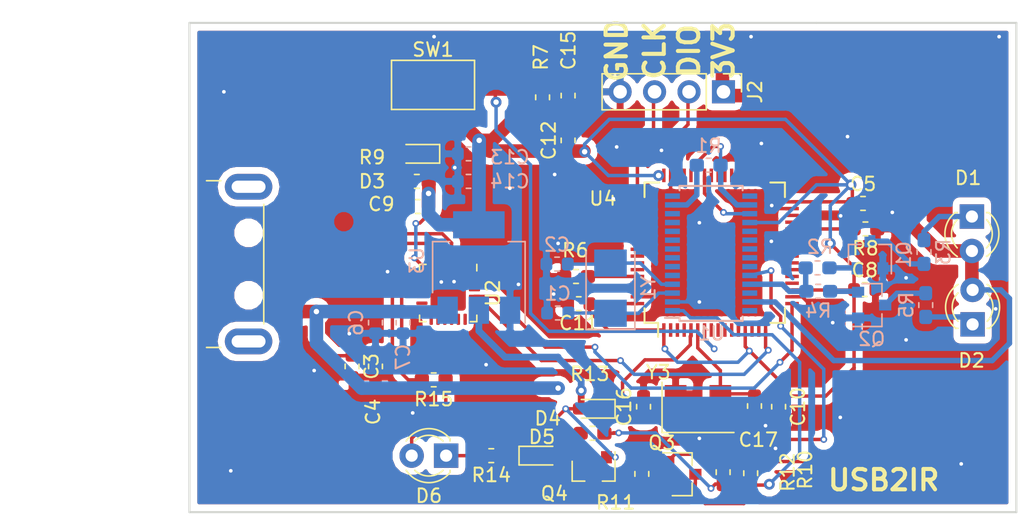
<source format=kicad_pcb>
(kicad_pcb (version 20171130) (host pcbnew "(5.0.1)-3")
  (layers (0 F.Cu signal) (31 B.Cu signal) (34 B.Paste user) (35 F.Paste user) (36 B.SilkS user) (37 F.SilkS user) (38 B.Mask user) (39 F.Mask user) (44 Edge.Cuts user))
  (net 0 "")
  (net 1 /RXD2)
  (net 2 "Net-(R1-Pad2)")
  (net 3 "Net-(Q1-Pad2)")
  (net 4 "Net-(R2-Pad1)")
  (net 5 "Net-(Q1-Pad3)")
  (net 6 "Net-(D1-Pad1)")
  (net 7 "Net-(Q2-Pad2)")
  (net 8 "Net-(Q2-Pad3)")
  (net 9 "Net-(D2-Pad1)")
  (net 10 GND)
  (net 11 "Net-(R6-Pad1)")
  (net 12 "Net-(D3-Pad2)")
  (net 13 +3V3)
  (net 14 "Net-(R8-Pad2)")
  (net 15 "Net-(C15-Pad1)")
  (net 16 +5V)
  (net 17 "Net-(C1-Pad1)")
  (net 18 "Net-(C2-Pad1)")
  (net 19 "Net-(U1-Pad5)")
  (net 20 "Net-(U1-Pad6)")
  (net 21 "Net-(U1-Pad7)")
  (net 22 "Net-(U1-Pad8)")
  (net 23 "Net-(U1-Pad9)")
  (net 24 "Net-(U1-Pad10)")
  (net 25 "Net-(U1-Pad11)")
  (net 26 "Net-(U1-Pad12)")
  (net 27 "Net-(U1-Pad14)")
  (net 28 "Net-(U1-Pad15)")
  (net 29 /TXD2)
  (net 30 "Net-(U1-Pad19)")
  (net 31 "Net-(U1-Pad20)")
  (net 32 "Net-(U1-Pad21)")
  (net 33 "Net-(U1-Pad22)")
  (net 34 "Net-(U1-Pad23)")
  (net 35 "Net-(U1-Pad26)")
  (net 36 "Net-(U1-Pad28)")
  (net 37 /RXD)
  (net 38 /TXD)
  (net 39 /D-)
  (net 40 /D+)
  (net 41 "Net-(U2-Pad10)")
  (net 42 "Net-(U2-Pad11)")
  (net 43 "Net-(U2-Pad12)")
  (net 44 "Net-(U2-Pad13)")
  (net 45 "Net-(U2-Pad14)")
  (net 46 "Net-(U2-Pad15)")
  (net 47 "Net-(U4-Pad2)")
  (net 48 "Net-(U4-Pad3)")
  (net 49 "Net-(U4-Pad4)")
  (net 50 "Net-(C16-Pad1)")
  (net 51 "Net-(C17-Pad1)")
  (net 52 "Net-(U4-Pad8)")
  (net 53 "Net-(U4-Pad9)")
  (net 54 "Net-(U4-Pad10)")
  (net 55 "Net-(U4-Pad11)")
  (net 56 "Net-(U4-Pad14)")
  (net 57 "Net-(U4-Pad15)")
  (net 58 "Net-(U4-Pad20)")
  (net 59 "Net-(U4-Pad21)")
  (net 60 "Net-(U4-Pad22)")
  (net 61 "Net-(U4-Pad23)")
  (net 62 "Net-(U4-Pad24)")
  (net 63 "Net-(U4-Pad25)")
  (net 64 "Net-(U4-Pad26)")
  (net 65 "Net-(U4-Pad27)")
  (net 66 "Net-(U4-Pad29)")
  (net 67 "Net-(U4-Pad30)")
  (net 68 "Net-(U4-Pad33)")
  (net 69 "Net-(U4-Pad34)")
  (net 70 "Net-(U4-Pad35)")
  (net 71 "Net-(U4-Pad36)")
  (net 72 "Net-(U4-Pad37)")
  (net 73 "Net-(U4-Pad38)")
  (net 74 "Net-(U4-Pad39)")
  (net 75 "Net-(U4-Pad40)")
  (net 76 "Net-(U4-Pad41)")
  (net 77 "Net-(U4-Pad44)")
  (net 78 "Net-(U4-Pad45)")
  (net 79 "Net-(U4-Pad50)")
  (net 80 "Net-(U4-Pad51)")
  (net 81 "Net-(U4-Pad52)")
  (net 82 "Net-(U4-Pad53)")
  (net 83 "Net-(U4-Pad54)")
  (net 84 "Net-(U4-Pad55)")
  (net 85 "Net-(U4-Pad56)")
  (net 86 "Net-(U4-Pad57)")
  (net 87 "Net-(U4-Pad58)")
  (net 88 "Net-(U4-Pad59)")
  (net 89 "Net-(U4-Pad61)")
  (net 90 "Net-(U4-Pad62)")
  (net 91 "Net-(J1-Pad5)")
  (net 92 /SWDIO)
  (net 93 /SWCLK)
  (net 94 "Net-(Q3-Pad3)")
  (net 95 "Net-(D6-Pad1)")
  (net 96 "Net-(D5-Pad1)")
  (net 97 "Net-(D5-Pad2)")
  (net 98 "Net-(D4-Pad1)")
  (net 99 "Net-(Q3-Pad1)")
  (net 100 "Net-(Q3-Pad2)")
  (net 101 "Net-(R15-Pad2)")
  (net 102 "Net-(U2-Pad1)")
  (net 103 "Net-(U2-Pad16)")
  (net 104 "Net-(U2-Pad17)")
  (net 105 "Net-(U2-Pad18)")
  (net 106 "Net-(U2-Pad19)")
  (net 107 "Net-(U2-Pad22)")
  (net 108 "Net-(U2-Pad23)")
  (net 109 "Net-(U2-Pad24)")
  (module Package_DFN_QFN:QFN-24-1EP_4x4mm_P0.5mm_EP2.6x2.6mm (layer F.Cu) (at 115.5954 84.6836 270)
    (fp_text reference U2 (at 0 -3.3 270) (layer F.SilkS))
    (fp_text value CP2104)
    (pad 25 smd roundrect (at 0 0 270) (size 2.6 2.6) (layers F.Cu F.Mask) (roundrect_rratio 0.096154) (net 10 GND))
    (pad 1 smd roundrect (at -1.9375 -1.25 270) (size 0.825 0.25) (layers F.Cu F.Paste F.Mask) (net 102 "Net-(U2-Pad1)"))
    (pad 2 smd roundrect (at -1.9375 -0.75 270) (size 0.825 0.25) (layers F.Cu F.Paste F.Mask) (net 10 GND))
    (pad 3 smd roundrect (at -1.9375 -0.25 270) (size 0.825 0.25) (layers F.Cu F.Paste F.Mask) (net 40 /D+))
    (pad 4 smd roundrect (at -1.9375 0.25 270) (size 0.825 0.25) (layers F.Cu F.Paste F.Mask) (net 39 /D-))
    (pad 5 smd roundrect (at -1.9375 0.75 270) (size 0.825 0.25) (layers F.Cu F.Paste F.Mask) (net 13 +3V3))
    (pad 6 smd roundrect (at -1.9375 1.25 270) (size 0.825 0.25) (layers F.Cu F.Paste F.Mask) (net 13 +3V3))
    (pad 7 smd roundrect (at -1.25 1.9375 270) (size 0.25 0.825) (layers F.Cu F.Paste F.Mask) (net 16 +5V))
    (pad 8 smd roundrect (at -0.75 1.9375 270) (size 0.25 0.825) (layers F.Cu F.Paste F.Mask) (net 16 +5V))
    (pad 9 smd roundrect (at -0.25 1.9375 270) (size 0.25 0.825) (layers F.Cu F.Paste F.Mask) (net 101 "Net-(R15-Pad2)"))
    (pad 10 smd roundrect (at 0.25 1.9375 270) (size 0.25 0.825) (layers F.Cu F.Paste F.Mask) (net 41 "Net-(U2-Pad10)"))
    (pad 11 smd roundrect (at 0.75 1.9375 270) (size 0.25 0.825) (layers F.Cu F.Paste F.Mask) (net 42 "Net-(U2-Pad11)"))
    (pad 12 smd roundrect (at 1.25 1.9375 270) (size 0.25 0.825) (layers F.Cu F.Paste F.Mask) (net 43 "Net-(U2-Pad12)"))
    (pad 13 smd roundrect (at 1.9375 1.25 270) (size 0.825 0.25) (layers F.Cu F.Paste F.Mask) (net 44 "Net-(U2-Pad13)"))
    (pad 14 smd roundrect (at 1.9375 0.75 270) (size 0.825 0.25) (layers F.Cu F.Paste F.Mask) (net 45 "Net-(U2-Pad14)"))
    (pad 15 smd roundrect (at 1.9375 0.25 270) (size 0.825 0.25) (layers F.Cu F.Paste F.Mask) (net 46 "Net-(U2-Pad15)"))
    (pad 16 smd roundrect (at 1.9375 -0.25 270) (size 0.825 0.25) (layers F.Cu F.Paste F.Mask) (net 103 "Net-(U2-Pad16)"))
    (pad 17 smd roundrect (at 1.9375 -0.75 270) (size 0.825 0.25) (layers F.Cu F.Paste F.Mask) (net 104 "Net-(U2-Pad17)"))
    (pad 18 smd roundrect (at 1.9375 -1.25 270) (size 0.825 0.25) (layers F.Cu F.Paste F.Mask) (net 105 "Net-(U2-Pad18)"))
    (pad 19 smd roundrect (at 1.25 -1.9375 270) (size 0.25 0.825) (layers F.Cu F.Paste F.Mask) (net 106 "Net-(U2-Pad19)"))
    (pad 20 smd roundrect (at 0.75 -1.9375 270) (size 0.25 0.825) (layers F.Cu F.Paste F.Mask) (net 29 /TXD2))
    (pad 21 smd roundrect (at 0.25 -1.9375 270) (size 0.25 0.825) (layers F.Cu F.Paste F.Mask) (net 1 /RXD2))
    (pad 22 smd roundrect (at -0.25 -1.9375 270) (size 0.25 0.825) (layers F.Cu F.Paste F.Mask) (net 107 "Net-(U2-Pad22)"))
    (pad 23 smd roundrect (at -0.75 -1.9375 270) (size 0.25 0.825) (layers F.Cu F.Paste F.Mask) (net 108 "Net-(U2-Pad23)"))
    (pad 24 smd roundrect (at -1.25 -1.9375 270) (size 0.25 0.825) (layers F.Cu F.Paste F.Mask) (net 109 "Net-(U2-Pad24)"))
  )
  (module Resistor_SMD:R_0603_1608Metric_Pad1.05x0.95mm_HandSolder (layer F.Cu) (at 114.5286 91.0844 180)
    (fp_text reference R15 (at 0 -1.43 180) (layer F.SilkS))
    (fp_text value 10K)
    (pad 1 smd roundrect (at -0.875 0 180) (size 1.05 0.95) (layers F.Cu F.Paste F.Mask) (net 13 +3V3))
    (pad 2 smd roundrect (at 0.875 0 180) (size 1.05 0.95) (layers F.Cu F.Paste F.Mask) (net 101 "Net-(R15-Pad2)"))
  )
  (module Diode_SMD:D_0603_1608Metric_Castellated (layer F.Cu) (at 122.5042 96.6724)
    (fp_text reference D5 (at 0 -1.38) (layer F.SilkS))
    (fp_text value 1N4148)
    (pad 2 smd roundrect (at 0.8125 0) (size 1.225 0.85) (layers F.Cu F.Paste F.Mask) (net 97 "Net-(D5-Pad2)"))
    (pad 1 smd roundrect (at -0.8125 0) (size 1.225 0.85) (layers F.Cu F.Paste F.Mask) (net 96 "Net-(D5-Pad1)"))
  )
  (module Diode_SMD:D_0603_1608Metric_Castellated (layer F.Cu) (at 126.2126 93.218 180)
    (fp_text reference D4 (at 3.2766 -0.7112 180) (layer F.SilkS))
    (fp_text value 1N4148)
    (pad 1 smd roundrect (at -0.8125 0 180) (size 1.225 0.85) (layers F.Cu F.Paste F.Mask) (net 98 "Net-(D4-Pad1)"))
    (pad 2 smd roundrect (at 0.8125 0 180) (size 1.225 0.85) (layers F.Cu F.Paste F.Mask) (net 13 +3V3))
  )
  (module LED_THT:LED_D3.0mm_IRBlack (layer F.Cu) (at 115.443 96.6724 180)
    (fp_text reference D6 (at 1.27 -2.96 180) (layer F.SilkS))
    (fp_text value IR204A)
    (pad 1 thru_hole rect (at 0 0 180) (size 1.8 1.8) (drill 0.9) (layers *.Cu *.Mask) (net 95 "Net-(D6-Pad1)"))
    (pad 2 thru_hole circle (at 2.54 0 180) (size 1.8 1.8) (drill 0.9) (layers *.Cu *.Mask) (net 13 +3V3))
  )
  (module Package_TO_SOT_SMD:SOT-23 (layer F.Cu) (at 132.8166 98.044)
    (fp_text reference Q3 (at -1.4732 -2.3114) (layer F.SilkS))
    (fp_text value S8050)
    (pad 3 smd rect (at 1 0) (size 0.9 0.8) (layers F.Cu F.Paste F.Mask) (net 94 "Net-(Q3-Pad3)"))
    (pad 2 smd rect (at -1 0.95) (size 0.9 0.8) (layers F.Cu F.Paste F.Mask) (net 100 "Net-(Q3-Pad2)"))
    (pad 1 smd rect (at -1 -0.95) (size 0.9 0.8) (layers F.Cu F.Paste F.Mask) (net 99 "Net-(Q3-Pad1)"))
  )
  (module Package_TO_SOT_SMD:SOT-23 (layer F.Cu) (at 126.3142 97.79 270)
    (fp_text reference Q4 (at 1.6764 2.8956 180) (layer F.SilkS))
    (fp_text value S8550)
    (pad 1 smd rect (at -1 -0.95 270) (size 0.9 0.8) (layers F.Cu F.Paste F.Mask) (net 13 +3V3))
    (pad 2 smd rect (at -1 0.95 270) (size 0.9 0.8) (layers F.Cu F.Paste F.Mask) (net 97 "Net-(D5-Pad2)"))
    (pad 3 smd rect (at 1 0 270) (size 0.9 0.8) (layers F.Cu F.Paste F.Mask) (net 100 "Net-(Q3-Pad2)"))
  )
  (module Resistor_SMD:R_0603_1608Metric_Pad1.05x0.95mm_HandSolder (layer F.Cu) (at 129.8702 98.0186 270)
    (fp_text reference R11 (at 2.1082 1.9304 180) (layer F.SilkS))
    (fp_text value 15K)
    (pad 1 smd roundrect (at -0.875 0 270) (size 1.05 0.95) (layers F.Cu F.Paste F.Mask) (net 99 "Net-(Q3-Pad1)"))
    (pad 2 smd roundrect (at 0.875 0 270) (size 1.05 0.95) (layers F.Cu F.Paste F.Mask) (net 100 "Net-(Q3-Pad2)"))
  )
  (module Resistor_SMD:R_0603_1608Metric_Pad1.05x0.95mm_HandSolder (layer F.Cu) (at 135.8646 97.8916 270)
    (fp_text reference R12 (at 0 -4.7498 270) (layer F.SilkS))
    (fp_text value 12K)
    (pad 2 smd roundrect (at 0.875 0 270) (size 1.05 0.95) (layers F.Cu F.Paste F.Mask) (net 98 "Net-(D4-Pad1)"))
    (pad 1 smd roundrect (at -0.875 0 270) (size 1.05 0.95) (layers F.Cu F.Paste F.Mask) (net 99 "Net-(Q3-Pad1)"))
  )
  (module Resistor_SMD:R_0603_1608Metric_Pad1.05x0.95mm_HandSolder (layer F.Cu) (at 126.238 95.0214)
    (fp_text reference R13 (at -0.2032 -4.3688) (layer F.SilkS))
    (fp_text value 27K)
    (pad 1 smd roundrect (at -0.875 0) (size 1.05 0.95) (layers F.Cu F.Paste F.Mask) (net 97 "Net-(D5-Pad2)"))
    (pad 2 smd roundrect (at 0.875 0) (size 1.05 0.95) (layers F.Cu F.Paste F.Mask) (net 98 "Net-(D4-Pad1)"))
  )
  (module Resistor_SMD:R_0603_1608Metric_Pad1.05x0.95mm_HandSolder (layer F.Cu) (at 118.7704 96.6724 180)
    (fp_text reference R14 (at 0 -1.43 180) (layer F.SilkS))
    (fp_text value 1K)
    (pad 2 smd roundrect (at 0.875 0 180) (size 1.05 0.95) (layers F.Cu F.Paste F.Mask) (net 95 "Net-(D6-Pad1)"))
    (pad 1 smd roundrect (at -0.875 0 180) (size 1.05 0.95) (layers F.Cu F.Paste F.Mask) (net 96 "Net-(D5-Pad1)"))
  )
  (module Resistor_SMD:R_0603_1608Metric_Pad1.05x0.95mm_HandSolder (layer F.Cu) (at 137.8966 97.9678 90)
    (fp_text reference R10 (at 0.254 4.0132 90) (layer F.SilkS))
    (fp_text value 10K)
    (pad 1 smd roundrect (at -0.875 0 90) (size 1.05 0.95) (layers F.Cu F.Paste F.Mask) (net 94 "Net-(Q3-Pad3)"))
    (pad 2 smd roundrect (at 0.875 0 90) (size 1.05 0.95) (layers F.Cu F.Paste F.Mask) (net 13 +3V3))
  )
  (module Connector_PinHeader_2.54mm:PinHeader_1x04_P2.54mm_Vertical (layer F.Cu) (at 135.89 69.85 270)
    (fp_text reference J2 (at 0 -2.33 270) (layer F.SilkS))
    (fp_text value Conn_01x04_Male)
    (pad 1 thru_hole rect (at 0 0 270) (size 1.7 1.7) (drill 1) (layers *.Cu *.Mask) (net 13 +3V3))
    (pad 2 thru_hole oval (at 0 2.54 270) (size 1.7 1.7) (drill 1) (layers *.Cu *.Mask) (net 92 /SWDIO))
    (pad 3 thru_hole oval (at 0 5.08 270) (size 1.7 1.7) (drill 1) (layers *.Cu *.Mask) (net 93 /SWCLK))
    (pad 4 thru_hole oval (at 0 7.62 270) (size 1.7 1.7) (drill 1) (layers *.Cu *.Mask) (net 10 GND))
  )
  (module Button_Switch_SMD:SW_SPST_FSMSM (layer F.Cu) (at 114.4778 69.342)
    (fp_text reference SW1 (at 0 -2.6) (layer F.SilkS))
    (fp_text value SW_Push)
    (pad 1 smd rect (at -4.59 0) (size 2.18 1.6) (layers F.Cu F.Paste F.Mask) (net 10 GND))
    (pad 2 smd rect (at 4.59 0) (size 2.18 1.6) (layers F.Cu F.Paste F.Mask) (net 15 "Net-(C15-Pad1)"))
  )
  (module Capacitor_SMD:C_0603_1608Metric (layer F.Cu) (at 146.3041 84.4296)
    (fp_text reference C8 (at 0 -1.43) (layer F.SilkS))
    (fp_text value 104)
    (pad 1 smd roundrect (at -0.7875 0) (size 0.875 0.95) (layers F.Cu F.Paste F.Mask) (net 13 +3V3))
    (pad 2 smd roundrect (at 0.7875 0) (size 0.875 0.95) (layers F.Cu F.Paste F.Mask) (net 10 GND))
  )
  (module Capacitor_SMD:C_0603_1608Metric (layer B.Cu) (at 123.6726 86.1568 180)
    (fp_text reference C1 (at 0 1.43 180) (layer B.SilkS) (effects (justify mirror)))
    (fp_text value 22pF)
    (pad 2 smd roundrect (at 0.7875 0 180) (size 0.875 0.95) (layers B.Cu B.Paste B.Mask) (net 10 GND))
    (pad 1 smd roundrect (at -0.7875 0 180) (size 0.875 0.95) (layers B.Cu B.Paste B.Mask) (net 17 "Net-(C1-Pad1)"))
  )
  (module Capacitor_SMD:C_0603_1608Metric (layer F.Cu) (at 138.176 93.0148 270)
    (fp_text reference C17 (at 2.4892 -0.2794 180) (layer F.SilkS))
    (fp_text value 22pF)
    (pad 1 smd roundrect (at -0.7875 0 270) (size 0.875 0.95) (layers F.Cu F.Paste F.Mask) (net 51 "Net-(C17-Pad1)"))
    (pad 2 smd roundrect (at 0.7875 0 270) (size 0.875 0.95) (layers F.Cu F.Paste F.Mask) (net 10 GND))
  )
  (module Capacitor_SMD:C_0603_1608Metric (layer F.Cu) (at 129.9972 93.0656 90)
    (fp_text reference C16 (at 0 -1.43 90) (layer F.SilkS))
    (fp_text value 22pF)
    (pad 2 smd roundrect (at 0.7875 0 90) (size 0.875 0.95) (layers F.Cu F.Paste F.Mask) (net 10 GND))
    (pad 1 smd roundrect (at -0.7875 0 90) (size 0.875 0.95) (layers F.Cu F.Paste F.Mask) (net 50 "Net-(C16-Pad1)"))
  )
  (module Capacitor_SMD:C_0603_1608Metric (layer F.Cu) (at 124.4346 70.1294 270)
    (fp_text reference C15 (at -3.3274 -0.0254 270) (layer F.SilkS))
    (fp_text value 104)
    (pad 1 smd roundrect (at -0.7875 0 270) (size 0.875 0.95) (layers F.Cu F.Paste F.Mask) (net 15 "Net-(C15-Pad1)"))
    (pad 2 smd roundrect (at 0.7875 0 270) (size 0.875 0.95) (layers F.Cu F.Paste F.Mask) (net 10 GND))
  )
  (module Capacitor_SMD:C_0603_1608Metric (layer B.Cu) (at 117.094 76.454 180)
    (fp_text reference C14 (at -3.048 0 180) (layer B.SilkS) (effects (justify mirror)))
    (fp_text value 104)
    (pad 2 smd roundrect (at 0.7875 0 180) (size 0.875 0.95) (layers B.Cu B.Paste B.Mask) (net 10 GND))
    (pad 1 smd roundrect (at -0.7875 0 180) (size 0.875 0.95) (layers B.Cu B.Paste B.Mask) (net 13 +3V3))
  )
  (module Capacitor_SMD:C_0603_1608Metric (layer B.Cu) (at 117.094 74.422 180)
    (fp_text reference C13 (at -3.048 -0.254 180) (layer B.SilkS) (effects (justify mirror)))
    (fp_text value 10F)
    (pad 1 smd roundrect (at -0.7875 0 180) (size 0.875 0.95) (layers B.Cu B.Paste B.Mask) (net 13 +3V3))
    (pad 2 smd roundrect (at 0.7875 0 180) (size 0.875 0.95) (layers B.Cu B.Paste B.Mask) (net 10 GND))
  )
  (module Capacitor_SMD:C_0603_1608Metric (layer F.Cu) (at 125.222 85.471 180)
    (fp_text reference C11 (at 0 -1.43 180) (layer F.SilkS))
    (fp_text value 104)
    (pad 2 smd roundrect (at 0.7875 0 180) (size 0.875 0.95) (layers F.Cu F.Paste F.Mask) (net 10 GND))
    (pad 1 smd roundrect (at -0.7875 0 180) (size 0.875 0.95) (layers F.Cu F.Paste F.Mask) (net 13 +3V3))
  )
  (module Capacitor_SMD:C_0603_1608Metric (layer F.Cu) (at 113.3602 78.3082 180)
    (fp_text reference C9 (at 2.6924 0.1778 180) (layer F.SilkS))
    (fp_text value 104)
    (pad 1 smd roundrect (at -0.7875 0 180) (size 0.875 0.95) (layers F.Cu F.Paste F.Mask) (net 13 +3V3))
    (pad 2 smd roundrect (at 0.7875 0 180) (size 0.875 0.95) (layers F.Cu F.Paste F.Mask) (net 10 GND))
  )
  (module Capacitor_SMD:C_0603_1608Metric (layer B.Cu) (at 112.268 86.868 270)
    (fp_text reference C7 (at 2.54 0 270) (layer B.SilkS) (effects (justify mirror)))
    (fp_text value 104)
    (pad 2 smd roundrect (at 0.7875 0 270) (size 0.875 0.95) (layers B.Cu B.Paste B.Mask) (net 10 GND))
    (pad 1 smd roundrect (at -0.7875 0 270) (size 0.875 0.95) (layers B.Cu B.Paste B.Mask) (net 16 +5V))
  )
  (module Capacitor_SMD:C_0603_1608Metric (layer B.Cu) (at 110.236 86.868 270)
    (fp_text reference C6 (at 0 1.43 270) (layer B.SilkS) (effects (justify mirror)))
    (fp_text value 10uf)
    (pad 1 smd roundrect (at -0.7875 0 270) (size 0.875 0.95) (layers B.Cu B.Paste B.Mask) (net 16 +5V))
    (pad 2 smd roundrect (at 0.7875 0 270) (size 0.875 0.95) (layers B.Cu B.Paste B.Mask) (net 10 GND))
  )
  (module Capacitor_SMD:C_0603_1608Metric (layer F.Cu) (at 146.177 78.0796)
    (fp_text reference C5 (at 0 -1.43) (layer F.SilkS))
    (fp_text value 104)
    (pad 2 smd roundrect (at 0.7875 0) (size 0.875 0.95) (layers F.Cu F.Paste F.Mask) (net 10 GND))
    (pad 1 smd roundrect (at -0.7875 0) (size 0.875 0.95) (layers F.Cu F.Paste F.Mask) (net 13 +3V3))
  )
  (module Capacitor_SMD:C_0603_1608Metric (layer F.Cu) (at 110.236 90.0938 270)
    (fp_text reference C4 (at 3.3528 0.1778 270) (layer F.SilkS))
    (fp_text value 104)
    (pad 1 smd roundrect (at -0.7875 0 270) (size 0.875 0.95) (layers F.Cu F.Paste F.Mask) (net 16 +5V))
    (pad 2 smd roundrect (at 0.7875 0 270) (size 0.875 0.95) (layers F.Cu F.Paste F.Mask) (net 10 GND))
  )
  (module Capacitor_SMD:C_0603_1608Metric (layer F.Cu) (at 108.5088 90.0938 270)
    (fp_text reference C3 (at 0 -1.43 270) (layer F.SilkS))
    (fp_text value 10uf)
    (pad 2 smd roundrect (at 0.7875 0 270) (size 0.875 0.95) (layers F.Cu F.Paste F.Mask) (net 10 GND))
    (pad 1 smd roundrect (at -0.7875 0 270) (size 0.875 0.95) (layers F.Cu F.Paste F.Mask) (net 16 +5V))
  )
  (module Capacitor_SMD:C_0603_1608Metric (layer B.Cu) (at 123.6218 82.55 180)
    (fp_text reference C2 (at 0 1.43 180) (layer B.SilkS) (effects (justify mirror)))
    (fp_text value 22pF)
    (pad 1 smd roundrect (at -0.7875 0 180) (size 0.875 0.95) (layers B.Cu B.Paste B.Mask) (net 18 "Net-(C2-Pad1)"))
    (pad 2 smd roundrect (at 0.7875 0 180) (size 0.875 0.95) (layers B.Cu B.Paste B.Mask) (net 10 GND))
  )
  (module Capacitor_SMD:C_0603_1608Metric (layer F.Cu) (at 139.954 93.0656 270)
    (fp_text reference C10 (at 0 -1.43 270) (layer F.SilkS))
    (fp_text value 104)
    (pad 2 smd roundrect (at 0.7875 0 270) (size 0.875 0.95) (layers F.Cu F.Paste F.Mask) (net 10 GND))
    (pad 1 smd roundrect (at -0.7875 0 270) (size 0.875 0.95) (layers F.Cu F.Paste F.Mask) (net 13 +3V3))
  )
  (module Capacitor_SMD:C_0603_1608Metric (layer F.Cu) (at 124.4346 73.4314 90)
    (fp_text reference C12 (at 0 -1.43 90) (layer F.SilkS))
    (fp_text value 104)
    (pad 1 smd roundrect (at -0.7875 0 90) (size 0.875 0.95) (layers F.Cu F.Paste F.Mask) (net 13 +3V3))
    (pad 2 smd roundrect (at 0.7875 0 90) (size 0.875 0.95) (layers F.Cu F.Paste F.Mask) (net 10 GND))
  )
  (module Connector_USB:USB_A_CNCTech_1001-011-01101_Horizontal (layer F.Cu) (at 93.98 82.55 180)
    (fp_text reference J1 hide)
    (fp_text value USB_A)
    (pad 2 smd rect (at -9.65 -1 180) (size 2.5 1.1) (layers F.Cu F.Paste F.Mask) (net 39 /D-))
    (pad 3 smd rect (at -9.65 1 180) (size 2.5 1.1) (layers F.Cu F.Paste F.Mask) (net 40 /D+))
    (pad 1 smd rect (at -9.65 -3.5 180) (size 2.5 1.1) (layers F.Cu F.Paste F.Mask) (net 16 +5V))
    (pad 4 smd rect (at -9.65 3.5 180) (size 2.5 1.1) (layers F.Cu F.Paste F.Mask) (net 10 GND))
    (pad 5 thru_hole oval (at -6.9 -5.7 180) (size 3.5 1.9) (drill oval 2.5 0.9) (layers *.Cu *.Mask) (net 91 "Net-(J1-Pad5)"))
    (pad 5 thru_hole oval (at -6.9 5.7 180) (size 3.5 1.9) (drill oval 2.5 0.9) (layers *.Cu *.Mask) (net 91 "Net-(J1-Pad5)"))
    (pad "" np_thru_hole circle (at -6.9 -2.3 180) (size 1.1 1.1) (drill 1.1) (layers *.Cu *.Mask))
    (pad "" np_thru_hole circle (at -6.9 2.3 180) (size 1.1 1.1) (drill 1.1) (layers *.Cu *.Mask))
  )
  (module Crystal:Crystal_SMD_5032-2Pin_5.0x3.2mm (layer B.Cu) (at 127.5588 84.328 90)
    (fp_text reference Y1 (at 0 2.8 90) (layer B.SilkS) (effects (justify mirror)))
    (fp_text value 12M)
    (pad 1 smd rect (at -1.85 0 90) (size 2 2.4) (layers B.Cu B.Paste B.Mask) (net 17 "Net-(C1-Pad1)"))
    (pad 2 smd rect (at 1.85 0 90) (size 2 2.4) (layers B.Cu B.Paste B.Mask) (net 18 "Net-(C2-Pad1)"))
  )
  (module Crystal:Crystal_SMD_5032-4Pin_5.0x3.2mm (layer F.Cu) (at 134.0104 93.1164)
    (fp_text reference Y3 (at -2.921 -2.5908) (layer F.SilkS))
    (fp_text value Crystal_GND24)
    (pad 1 smd rect (at -1.65 1) (size 1.6 1.3) (layers F.Cu F.Paste F.Mask) (net 50 "Net-(C16-Pad1)"))
    (pad 2 smd rect (at 1.65 1) (size 1.6 1.3) (layers F.Cu F.Paste F.Mask) (net 10 GND))
    (pad 3 smd rect (at 1.65 -1) (size 1.6 1.3) (layers F.Cu F.Paste F.Mask) (net 51 "Net-(C17-Pad1)"))
    (pad 4 smd rect (at -1.65 -1) (size 1.6 1.3) (layers F.Cu F.Paste F.Mask) (net 10 GND))
  )
  (module LED_SMD:LED_0603_1608Metric_Castellated (layer F.Cu) (at 113.284 74.422 180)
    (fp_text reference D3 (at 3.302 -2.032 180) (layer F.SilkS))
    (fp_text value LED)
    (pad 1 smd roundrect (at -0.8125 0 180) (size 1.225 0.85) (layers F.Cu F.Paste F.Mask) (net 10 GND))
    (pad 2 smd roundrect (at 0.8125 0 180) (size 1.225 0.85) (layers F.Cu F.Paste F.Mask) (net 12 "Net-(D3-Pad2)"))
  )
  (module LED_THT:LED_D3.0mm_IRBlack (layer F.Cu) (at 154.2542 86.995 90)
    (fp_text reference D2 (at -2.667 -0.0762) (layer F.SilkS))
    (fp_text value IR204A)
    (pad 2 thru_hole circle (at 2.54 0 90) (size 1.8 1.8) (drill 0.9) (layers *.Cu *.Mask) (net 13 +3V3))
    (pad 1 thru_hole rect (at 0 0 90) (size 1.8 1.8) (drill 0.9) (layers *.Cu *.Mask) (net 9 "Net-(D2-Pad1)"))
  )
  (module LED_THT:LED_D3.0mm_IRBlack (layer F.Cu) (at 154.2034 79.0448 270)
    (fp_text reference D1 (at -2.8448 0.2794 180) (layer F.SilkS))
    (fp_text value IR204A)
    (pad 1 thru_hole rect (at 0 0 270) (size 1.8 1.8) (drill 0.9) (layers *.Cu *.Mask) (net 6 "Net-(D1-Pad1)"))
    (pad 2 thru_hole circle (at 2.54 0 270) (size 1.8 1.8) (drill 0.9) (layers *.Cu *.Mask) (net 13 +3V3))
  )
  (module Package_QFP:LQFP-64_10x10mm_P0.5mm (layer F.Cu) (at 135.243593 81.71154 90)
    (fp_text reference U4 (at 3.98754 -8.243593) (layer F.SilkS))
    (fp_text value STM32F103RBTx)
    (pad 1 smd rect (at -5.7 -3.75 90) (size 1 0.25) (layers F.Cu F.Paste F.Mask) (net 13 +3V3))
    (pad 2 smd rect (at -5.7 -3.25 90) (size 1 0.25) (layers F.Cu F.Paste F.Mask) (net 47 "Net-(U4-Pad2)"))
    (pad 3 smd rect (at -5.7 -2.75 90) (size 1 0.25) (layers F.Cu F.Paste F.Mask) (net 48 "Net-(U4-Pad3)"))
    (pad 4 smd rect (at -5.7 -2.25 90) (size 1 0.25) (layers F.Cu F.Paste F.Mask) (net 49 "Net-(U4-Pad4)"))
    (pad 5 smd rect (at -5.7 -1.75 90) (size 1 0.25) (layers F.Cu F.Paste F.Mask) (net 50 "Net-(C16-Pad1)"))
    (pad 6 smd rect (at -5.7 -1.25 90) (size 1 0.25) (layers F.Cu F.Paste F.Mask) (net 51 "Net-(C17-Pad1)"))
    (pad 7 smd rect (at -5.7 -0.75 90) (size 1 0.25) (layers F.Cu F.Paste F.Mask) (net 15 "Net-(C15-Pad1)"))
    (pad 8 smd rect (at -5.7 -0.25 90) (size 1 0.25) (layers F.Cu F.Paste F.Mask) (net 52 "Net-(U4-Pad8)"))
    (pad 9 smd rect (at -5.7 0.25 90) (size 1 0.25) (layers F.Cu F.Paste F.Mask) (net 53 "Net-(U4-Pad9)"))
    (pad 10 smd rect (at -5.7 0.75 90) (size 1 0.25) (layers F.Cu F.Paste F.Mask) (net 54 "Net-(U4-Pad10)"))
    (pad 11 smd rect (at -5.7 1.25 90) (size 1 0.25) (layers F.Cu F.Paste F.Mask) (net 55 "Net-(U4-Pad11)"))
    (pad 12 smd rect (at -5.7 1.75 90) (size 1 0.25) (layers F.Cu F.Paste F.Mask) (net 10 GND))
    (pad 13 smd rect (at -5.7 2.25 90) (size 1 0.25) (layers F.Cu F.Paste F.Mask) (net 13 +3V3))
    (pad 14 smd rect (at -5.7 2.75 90) (size 1 0.25) (layers F.Cu F.Paste F.Mask) (net 56 "Net-(U4-Pad14)"))
    (pad 15 smd rect (at -5.7 3.25 90) (size 1 0.25) (layers F.Cu F.Paste F.Mask) (net 57 "Net-(U4-Pad15)"))
    (pad 16 smd rect (at -5.7 3.75 90) (size 1 0.25) (layers F.Cu F.Paste F.Mask) (net 29 /TXD2))
    (pad 17 smd rect (at -3.75 5.7 180) (size 1 0.25) (layers F.Cu F.Paste F.Mask) (net 1 /RXD2))
    (pad 18 smd rect (at -3.25 5.7 180) (size 1 0.25) (layers F.Cu F.Paste F.Mask) (net 10 GND))
    (pad 19 smd rect (at -2.75 5.7 180) (size 1 0.25) (layers F.Cu F.Paste F.Mask) (net 13 +3V3))
    (pad 20 smd rect (at -2.25 5.7 180) (size 1 0.25) (layers F.Cu F.Paste F.Mask) (net 58 "Net-(U4-Pad20)"))
    (pad 21 smd rect (at -1.75 5.7 180) (size 1 0.25) (layers F.Cu F.Paste F.Mask) (net 59 "Net-(U4-Pad21)"))
    (pad 22 smd rect (at -1.25 5.7 180) (size 1 0.25) (layers F.Cu F.Paste F.Mask) (net 60 "Net-(U4-Pad22)"))
    (pad 23 smd rect (at -0.75 5.7 180) (size 1 0.25) (layers F.Cu F.Paste F.Mask) (net 61 "Net-(U4-Pad23)"))
    (pad 24 smd rect (at -0.25 5.7 180) (size 1 0.25) (layers F.Cu F.Paste F.Mask) (net 62 "Net-(U4-Pad24)"))
    (pad 25 smd rect (at 0.25 5.7 180) (size 1 0.25) (layers F.Cu F.Paste F.Mask) (net 63 "Net-(U4-Pad25)"))
    (pad 26 smd rect (at 0.75 5.7 180) (size 1 0.25) (layers F.Cu F.Paste F.Mask) (net 64 "Net-(U4-Pad26)"))
    (pad 27 smd rect (at 1.25 5.7 180) (size 1 0.25) (layers F.Cu F.Paste F.Mask) (net 65 "Net-(U4-Pad27)"))
    (pad 28 smd rect (at 1.75 5.7 180) (size 1 0.25) (layers F.Cu F.Paste F.Mask) (net 14 "Net-(R8-Pad2)"))
    (pad 29 smd rect (at 2.25 5.7 180) (size 1 0.25) (layers F.Cu F.Paste F.Mask) (net 66 "Net-(U4-Pad29)"))
    (pad 30 smd rect (at 2.75 5.7 180) (size 1 0.25) (layers F.Cu F.Paste F.Mask) (net 67 "Net-(U4-Pad30)"))
    (pad 31 smd rect (at 3.25 5.7 180) (size 1 0.25) (layers F.Cu F.Paste F.Mask) (net 10 GND))
    (pad 32 smd rect (at 3.75 5.7 180) (size 1 0.25) (layers F.Cu F.Paste F.Mask) (net 13 +3V3))
    (pad 33 smd rect (at 5.7 3.75 90) (size 1 0.25) (layers F.Cu F.Paste F.Mask) (net 68 "Net-(U4-Pad33)"))
    (pad 34 smd rect (at 5.7 3.25 90) (size 1 0.25) (layers F.Cu F.Paste F.Mask) (net 69 "Net-(U4-Pad34)"))
    (pad 35 smd rect (at 5.7 2.75 90) (size 1 0.25) (layers F.Cu F.Paste F.Mask) (net 70 "Net-(U4-Pad35)"))
    (pad 36 smd rect (at 5.7 2.25 90) (size 1 0.25) (layers F.Cu F.Paste F.Mask) (net 71 "Net-(U4-Pad36)"))
    (pad 37 smd rect (at 5.7 1.75 90) (size 1 0.25) (layers F.Cu F.Paste F.Mask) (net 72 "Net-(U4-Pad37)"))
    (pad 38 smd rect (at 5.7 1.25 90) (size 1 0.25) (layers F.Cu F.Paste F.Mask) (net 73 "Net-(U4-Pad38)"))
    (pad 39 smd rect (at 5.7 0.75 90) (size 1 0.25) (layers F.Cu F.Paste F.Mask) (net 74 "Net-(U4-Pad39)"))
    (pad 40 smd rect (at 5.7 0.25 90) (size 1 0.25) (layers F.Cu F.Paste F.Mask) (net 75 "Net-(U4-Pad40)"))
    (pad 41 smd rect (at 5.7 -0.25 90) (size 1 0.25) (layers F.Cu F.Paste F.Mask) (net 76 "Net-(U4-Pad41)"))
    (pad 42 smd rect (at 5.7 -0.75 90) (size 1 0.25) (layers F.Cu F.Paste F.Mask) (net 38 /TXD))
    (pad 43 smd rect (at 5.7 -1.25 90) (size 1 0.25) (layers F.Cu F.Paste F.Mask) (net 37 /RXD))
    (pad 44 smd rect (at 5.7 -1.75 90) (size 1 0.25) (layers F.Cu F.Paste F.Mask) (net 77 "Net-(U4-Pad44)"))
    (pad 45 smd rect (at 5.7 -2.25 90) (size 1 0.25) (layers F.Cu F.Paste F.Mask) (net 78 "Net-(U4-Pad45)"))
    (pad 46 smd rect (at 5.7 -2.75 90) (size 1 0.25) (layers F.Cu F.Paste F.Mask) (net 92 /SWDIO))
    (pad 47 smd rect (at 5.7 -3.25 90) (size 1 0.25) (layers F.Cu F.Paste F.Mask) (net 10 GND))
    (pad 48 smd rect (at 5.7 -3.75 90) (size 1 0.25) (layers F.Cu F.Paste F.Mask) (net 13 +3V3))
    (pad 49 smd rect (at 3.75 -5.7 180) (size 1 0.25) (layers F.Cu F.Paste F.Mask) (net 93 /SWCLK))
    (pad 50 smd rect (at 3.25 -5.7 180) (size 1 0.25) (layers F.Cu F.Paste F.Mask) (net 79 "Net-(U4-Pad50)"))
    (pad 51 smd rect (at 2.75 -5.7 180) (size 1 0.25) (layers F.Cu F.Paste F.Mask) (net 80 "Net-(U4-Pad51)"))
    (pad 52 smd rect (at 2.25 -5.7 180) (size 1 0.25) (layers F.Cu F.Paste F.Mask) (net 81 "Net-(U4-Pad52)"))
    (pad 53 smd rect (at 1.75 -5.7 180) (size 1 0.25) (layers F.Cu F.Paste F.Mask) (net 82 "Net-(U4-Pad53)"))
    (pad 54 smd rect (at 1.25 -5.7 180) (size 1 0.25) (layers F.Cu F.Paste F.Mask) (net 83 "Net-(U4-Pad54)"))
    (pad 55 smd rect (at 0.75 -5.7 180) (size 1 0.25) (layers F.Cu F.Paste F.Mask) (net 84 "Net-(U4-Pad55)"))
    (pad 56 smd rect (at 0.25 -5.7 180) (size 1 0.25) (layers F.Cu F.Paste F.Mask) (net 85 "Net-(U4-Pad56)"))
    (pad 57 smd rect (at -0.25 -5.7 180) (size 1 0.25) (layers F.Cu F.Paste F.Mask) (net 86 "Net-(U4-Pad57)"))
    (pad 58 smd rect (at -0.75 -5.7 180) (size 1 0.25) (layers F.Cu F.Paste F.Mask) (net 87 "Net-(U4-Pad58)"))
    (pad 59 smd rect (at -1.25 -5.7 180) (size 1 0.25) (layers F.Cu F.Paste F.Mask) (net 88 "Net-(U4-Pad59)"))
    (pad 60 smd rect (at -1.75 -5.7 180) (size 1 0.25) (layers F.Cu F.Paste F.Mask) (net 11 "Net-(R6-Pad1)"))
    (pad 61 smd rect (at -2.25 -5.7 180) (size 1 0.25) (layers F.Cu F.Paste F.Mask) (net 89 "Net-(U4-Pad61)"))
    (pad 62 smd rect (at -2.75 -5.7 180) (size 1 0.25) (layers F.Cu F.Paste F.Mask) (net 90 "Net-(U4-Pad62)"))
    (pad 63 smd rect (at -3.25 -5.7 180) (size 1 0.25) (layers F.Cu F.Paste F.Mask) (net 10 GND))
    (pad 64 smd rect (at -3.75 -5.7 180) (size 1 0.25) (layers F.Cu F.Paste F.Mask) (net 13 +3V3))
  )
  (module Package_SO:TSSOP-28_4.4x9.7mm_P0.65mm (layer B.Cu) (at 134.9756 81.7626)
    (fp_text reference U1 (at 0 5.9) (layer B.SilkS) (effects (justify mirror)))
    (fp_text value YK003)
    (pad 1 smd rect (at -2.85 4.225) (size 1.1 0.4) (layers B.Cu B.Paste B.Mask) (net 94 "Net-(Q3-Pad3)"))
    (pad 2 smd rect (at -2.85 3.575) (size 1.1 0.4) (layers B.Cu B.Paste B.Mask) (net 10 GND))
    (pad 3 smd rect (at -2.85 2.925) (size 1.1 0.4) (layers B.Cu B.Paste B.Mask) (net 17 "Net-(C1-Pad1)"))
    (pad 4 smd rect (at -2.85 2.275) (size 1.1 0.4) (layers B.Cu B.Paste B.Mask) (net 18 "Net-(C2-Pad1)"))
    (pad 5 smd rect (at -2.85 1.625) (size 1.1 0.4) (layers B.Cu B.Paste B.Mask) (net 19 "Net-(U1-Pad5)"))
    (pad 6 smd rect (at -2.85 0.975) (size 1.1 0.4) (layers B.Cu B.Paste B.Mask) (net 20 "Net-(U1-Pad6)"))
    (pad 7 smd rect (at -2.85 0.325) (size 1.1 0.4) (layers B.Cu B.Paste B.Mask) (net 21 "Net-(U1-Pad7)"))
    (pad 8 smd rect (at -2.85 -0.325) (size 1.1 0.4) (layers B.Cu B.Paste B.Mask) (net 22 "Net-(U1-Pad8)"))
    (pad 9 smd rect (at -2.85 -0.975) (size 1.1 0.4) (layers B.Cu B.Paste B.Mask) (net 23 "Net-(U1-Pad9)"))
    (pad 10 smd rect (at -2.85 -1.625) (size 1.1 0.4) (layers B.Cu B.Paste B.Mask) (net 24 "Net-(U1-Pad10)"))
    (pad 11 smd rect (at -2.85 -2.275) (size 1.1 0.4) (layers B.Cu B.Paste B.Mask) (net 25 "Net-(U1-Pad11)"))
    (pad 12 smd rect (at -2.85 -2.925) (size 1.1 0.4) (layers B.Cu B.Paste B.Mask) (net 26 "Net-(U1-Pad12)"))
    (pad 13 smd rect (at -2.85 -3.575) (size 1.1 0.4) (layers B.Cu B.Paste B.Mask) (net 2 "Net-(R1-Pad2)"))
    (pad 14 smd rect (at -2.85 -4.225) (size 1.1 0.4) (layers B.Cu B.Paste B.Mask) (net 27 "Net-(U1-Pad14)"))
    (pad 15 smd rect (at 2.85 -4.225) (size 1.1 0.4) (layers B.Cu B.Paste B.Mask) (net 28 "Net-(U1-Pad15)"))
    (pad 16 smd rect (at 2.85 -3.575) (size 1.1 0.4) (layers B.Cu B.Paste B.Mask) (net 37 /RXD))
    (pad 17 smd rect (at 2.85 -2.925) (size 1.1 0.4) (layers B.Cu B.Paste B.Mask) (net 38 /TXD))
    (pad 18 smd rect (at 2.85 -2.275) (size 1.1 0.4) (layers B.Cu B.Paste B.Mask) (net 13 +3V3))
    (pad 19 smd rect (at 2.85 -1.625) (size 1.1 0.4) (layers B.Cu B.Paste B.Mask) (net 30 "Net-(U1-Pad19)"))
    (pad 20 smd rect (at 2.85 -0.975) (size 1.1 0.4) (layers B.Cu B.Paste B.Mask) (net 31 "Net-(U1-Pad20)"))
    (pad 21 smd rect (at 2.85 -0.325) (size 1.1 0.4) (layers B.Cu B.Paste B.Mask) (net 32 "Net-(U1-Pad21)"))
    (pad 22 smd rect (at 2.85 0.325) (size 1.1 0.4) (layers B.Cu B.Paste B.Mask) (net 33 "Net-(U1-Pad22)"))
    (pad 23 smd rect (at 2.85 0.975) (size 1.1 0.4) (layers B.Cu B.Paste B.Mask) (net 34 "Net-(U1-Pad23)"))
    (pad 24 smd rect (at 2.85 1.625) (size 1.1 0.4) (layers B.Cu B.Paste B.Mask) (net 99 "Net-(Q3-Pad1)"))
    (pad 25 smd rect (at 2.85 2.275) (size 1.1 0.4) (layers B.Cu B.Paste B.Mask) (net 4 "Net-(R2-Pad1)"))
    (pad 26 smd rect (at 2.85 2.925) (size 1.1 0.4) (layers B.Cu B.Paste B.Mask) (net 35 "Net-(U1-Pad26)"))
    (pad 27 smd rect (at 2.85 3.575) (size 1.1 0.4) (layers B.Cu B.Paste B.Mask) (net 13 +3V3))
    (pad 28 smd rect (at 2.85 4.225) (size 1.1 0.4) (layers B.Cu B.Paste B.Mask) (net 36 "Net-(U1-Pad28)"))
  )
  (module Package_TO_SOT_SMD:SOT-223 (layer B.Cu) (at 117.856 82.804 90)
    (fp_text reference U3 (at 0.508 -4.572 90) (layer B.SilkS) (effects (justify mirror)))
    (fp_text value LM1117-3.3)
    (pad 4 smd rect (at 3.15 0 90) (size 2 3.8) (layers B.Cu B.Paste B.Mask))
    (pad 2 smd rect (at -3.15 0 90) (size 2 1.5) (layers B.Cu B.Paste B.Mask) (net 13 +3V3))
    (pad 3 smd rect (at -3.15 -2.3 90) (size 2 1.5) (layers B.Cu B.Paste B.Mask) (net 16 +5V))
    (pad 1 smd rect (at -3.15 2.3 90) (size 2 1.5) (layers B.Cu B.Paste B.Mask) (net 10 GND))
  )
  (module Package_TO_SOT_SMD:SOT-23 (layer B.Cu) (at 146.812 85.5726)
    (fp_text reference Q2 (at 0 2.5) (layer B.SilkS) (effects (justify mirror)))
    (fp_text value S8050)
    (pad 3 smd rect (at 1 0) (size 0.9 0.8) (layers B.Cu B.Paste B.Mask) (net 8 "Net-(Q2-Pad3)"))
    (pad 2 smd rect (at -1 -0.95) (size 0.9 0.8) (layers B.Cu B.Paste B.Mask) (net 7 "Net-(Q2-Pad2)"))
    (pad 1 smd rect (at -1 0.95) (size 0.9 0.8) (layers B.Cu B.Paste B.Mask) (net 10 GND))
  )
  (module Package_TO_SOT_SMD:SOT-23 (layer B.Cu) (at 146.685 81.8642 90)
    (fp_text reference Q1 (at 0 2.5 90) (layer B.SilkS) (effects (justify mirror)))
    (fp_text value S8050)
    (pad 1 smd rect (at -1 0.95 90) (size 0.9 0.8) (layers B.Cu B.Paste B.Mask) (net 10 GND))
    (pad 2 smd rect (at -1 -0.95 90) (size 0.9 0.8) (layers B.Cu B.Paste B.Mask) (net 3 "Net-(Q1-Pad2)"))
    (pad 3 smd rect (at 1 0 90) (size 0.9 0.8) (layers B.Cu B.Paste B.Mask) (net 5 "Net-(Q1-Pad3)"))
  )
  (module Resistor_SMD:R_0603_1608Metric_Pad1.05x0.95mm_HandSolder (layer F.Cu) (at 122.555 70.2564 270)
    (fp_text reference R7 (at -2.9464 0.127 270) (layer F.SilkS))
    (fp_text value R)
    (pad 1 smd roundrect (at -0.875 0 270) (size 1.05 0.95) (layers F.Cu F.Paste F.Mask) (net 15 "Net-(C15-Pad1)"))
    (pad 2 smd roundrect (at 0.875 0 270) (size 1.05 0.95) (layers F.Cu F.Paste F.Mask) (net 13 +3V3))
  )
  (module Resistor_SMD:R_0603_1608Metric_Pad1.05x0.95mm_HandSolder (layer F.Cu) (at 146.3548 79.9592 180)
    (fp_text reference R8 (at 0 -1.43 180) (layer F.SilkS))
    (fp_text value 10K)
    (pad 2 smd roundrect (at 0.875 0 180) (size 1.05 0.95) (layers F.Cu F.Paste F.Mask) (net 14 "Net-(R8-Pad2)"))
    (pad 1 smd roundrect (at -0.875 0 180) (size 1.05 0.95) (layers F.Cu F.Paste F.Mask) (net 10 GND))
  )
  (module Resistor_SMD:R_0603_1608Metric_Pad1.05x0.95mm_HandSolder (layer F.Cu) (at 113.284 76.454)
    (fp_text reference R9 (at -3.302 -1.778) (layer F.SilkS))
    (fp_text value 10K)
    (pad 1 smd roundrect (at -0.875 0) (size 1.05 0.95) (layers F.Cu F.Paste F.Mask) (net 12 "Net-(D3-Pad2)"))
    (pad 2 smd roundrect (at 0.875 0) (size 1.05 0.95) (layers F.Cu F.Paste F.Mask) (net 13 +3V3))
  )
  (module Resistor_SMD:R_0603_1608Metric_Pad1.05x0.95mm_HandSolder (layer F.Cu) (at 125.0188 83.4644 180)
    (fp_text reference R6 (at 0.0508 1.9304 180) (layer F.SilkS))
    (fp_text value 10K)
    (pad 2 smd roundrect (at 0.875 0 180) (size 1.05 0.95) (layers F.Cu F.Paste F.Mask) (net 10 GND))
    (pad 1 smd roundrect (at -0.875 0 180) (size 1.05 0.95) (layers F.Cu F.Paste F.Mask) (net 11 "Net-(R6-Pad1)"))
  )
  (module Resistor_SMD:R_0603_1608Metric_Pad1.05x0.95mm_HandSolder (layer B.Cu) (at 150.7998 85.5726 270)
    (fp_text reference R5 (at 0 1.43 270) (layer B.SilkS) (effects (justify mirror)))
    (fp_text value 1K)
    (pad 1 smd roundrect (at -0.875 0 270) (size 1.05 0.95) (layers B.Cu B.Paste B.Mask) (net 8 "Net-(Q2-Pad3)"))
    (pad 2 smd roundrect (at 0.875 0 270) (size 1.05 0.95) (layers B.Cu B.Paste B.Mask) (net 9 "Net-(D2-Pad1)"))
  )
  (module Resistor_SMD:R_0603_1608Metric_Pad1.05x0.95mm_HandSolder (layer B.Cu) (at 142.875 84.5566)
    (fp_text reference R4 (at 0 1.43) (layer B.SilkS) (effects (justify mirror)))
    (fp_text value 1K)
    (pad 2 smd roundrect (at 0.875 0) (size 1.05 0.95) (layers B.Cu B.Paste B.Mask) (net 7 "Net-(Q2-Pad2)"))
    (pad 1 smd roundrect (at -0.875 0) (size 1.05 0.95) (layers B.Cu B.Paste B.Mask) (net 4 "Net-(R2-Pad1)"))
  )
  (module Resistor_SMD:R_0603_1608Metric_Pad1.05x0.95mm_HandSolder (layer B.Cu) (at 150.6728 81.661 90)
    (fp_text reference R3 (at 0 1.43 90) (layer B.SilkS) (effects (justify mirror)))
    (fp_text value 1K)
    (pad 1 smd roundrect (at -0.875 0 90) (size 1.05 0.95) (layers B.Cu B.Paste B.Mask) (net 5 "Net-(Q1-Pad3)"))
    (pad 2 smd roundrect (at 0.875 0 90) (size 1.05 0.95) (layers B.Cu B.Paste B.Mask) (net 6 "Net-(D1-Pad1)"))
  )
  (module Resistor_SMD:R_0603_1608Metric_Pad1.05x0.95mm_HandSolder (layer B.Cu) (at 142.8242 82.8294)
    (fp_text reference R2 (at 0.1778 -1.5494) (layer B.SilkS) (effects (justify mirror)))
    (fp_text value 1K)
    (pad 2 smd roundrect (at 0.875 0) (size 1.05 0.95) (layers B.Cu B.Paste B.Mask) (net 3 "Net-(Q1-Pad2)"))
    (pad 1 smd roundrect (at -0.875 0) (size 1.05 0.95) (layers B.Cu B.Paste B.Mask) (net 4 "Net-(R2-Pad1)"))
  )
  (module Resistor_SMD:R_0603_1608Metric_Pad1.05x0.95mm_HandSolder (layer B.Cu) (at 134.7978 75.2602 180)
    (fp_text reference R1 (at 0 1.43 180) (layer B.SilkS) (effects (justify mirror)))
    (fp_text value 10K)
    (pad 1 smd roundrect (at -0.875 0 180) (size 1.05 0.95) (layers B.Cu B.Paste B.Mask) (net 37 /RXD))
    (pad 2 smd roundrect (at 0.875 0 180) (size 1.05 0.95) (layers B.Cu B.Paste B.Mask) (net 2 "Net-(R1-Pad2)"))
  )
  (gr_text 3V3 (at 135.89 66.802 90) (layer F.SilkS) (effects (font (size 1.5 1.5) (thickness 0.3))))
  (gr_text DIO (at 133.35 66.802 90) (layer F.SilkS) (effects (font (size 1.5 1.5) (thickness 0.3))))
  (gr_text CLK (at 130.81 66.802 90) (layer F.SilkS) (effects (font (size 1.5 1.5) (thickness 0.3))))
  (gr_text GND (at 128.016 66.802 90) (layer F.SilkS) (effects (font (size 1.5 1.5) (thickness 0.3))))
  (gr_text USB2IR (at 147.701 98.4758) (layer F.SilkS) (effects (font (size 1.5 1.5) (thickness 0.3))))
  (gr_line (start 157.48 64.77) (end 157.48 100.838) (layer Edge.Cuts) (width 0.15))
  (gr_line (start 142.748 64.77) (end 157.48 64.77) (layer Edge.Cuts) (width 0.15))
  (gr_line (start 96.52 64.77) (end 142.748 64.77) (layer Edge.Cuts) (width 0.15))
  (gr_line (start 96.52 100.838) (end 96.52 64.77) (layer Edge.Cuts) (width 0.15))
  (gr_line (start 96.52 100.838) (end 157.48 100.838) (layer Edge.Cuts) (width 0.15))
  (via (at 140.0556 89.789) (size 0.5) (drill 0.27) (layers F.Cu B.Cu) (net 1))
  (via (at 126.4158 88.6714) (size 0.5) (drill 0.27) (layers F.Cu B.Cu) (net 1))
  (segment (start 138.176 91.6686) (end 140.0556 89.789) (width 0.254) (layer B.Cu) (net 1))
  (segment (start 138.176 91.694) (end 138.176 91.6686) (width 0.254) (layer B.Cu) (net 1))
  (segment (start 140.943593 88.901007) (end 140.0556 89.789) (width 0.254) (layer F.Cu) (net 1))
  (segment (start 140.943593 85.46154) (end 140.943593 88.901007) (width 0.254) (layer F.Cu) (net 1))
  (segment (start 126.4158 88.6714) (end 122.7524 88.6714) (width 0.254) (layer F.Cu) (net 1))
  (segment (start 129.084847 91.694) (end 129.8448 91.694) (width 0.254) (layer B.Cu) (net 1))
  (segment (start 126.4158 89.024953) (end 129.084847 91.694) (width 0.254) (layer B.Cu) (net 1))
  (segment (start 126.4158 88.6714) (end 126.4158 89.024953) (width 0.254) (layer B.Cu) (net 1))
  (segment (start 129.8448 91.694) (end 138.176 91.694) (width 0.254) (layer B.Cu) (net 1))
  (segment (start 119.0146 84.9336) (end 121.3808 87.2998) (width 0.254) (layer F.Cu) (net 1))
  (segment (start 117.5329 84.9336) (end 119.0146 84.9336) (width 0.254) (layer F.Cu) (net 1))
  (segment (start 122.7524 88.6714) (end 121.3808 87.2998) (width 0.254) (layer F.Cu) (net 1))
  (segment (start 121.3808 87.2998) (end 121.285 87.204) (width 0.254) (layer F.Cu) (net 1))
  (segment (start 132.1256 78.1876) (end 133.1912 78.1876) (width 0.4) (layer B.Cu) (net 2))
  (segment (start 133.9228 77.456) (end 133.9228 75.2602) (width 0.4) (layer B.Cu) (net 2))
  (segment (start 133.1912 78.1876) (end 133.9228 77.456) (width 0.4) (layer B.Cu) (net 2))
  (segment (start 145.7002 82.8294) (end 145.735 82.8642) (width 0.4) (layer B.Cu) (net 3))
  (segment (start 143.6992 82.8294) (end 145.7002 82.8294) (width 0.4) (layer B.Cu) (net 3))
  (segment (start 137.8256 84.0376) (end 140.2224 84.0376) (width 0.4) (layer B.Cu) (net 4))
  (segment (start 140.7414 84.5566) (end 142 84.5566) (width 0.4) (layer B.Cu) (net 4))
  (segment (start 140.2224 84.0376) (end 140.7414 84.5566) (width 0.4) (layer B.Cu) (net 4))
  (segment (start 141.9492 84.5058) (end 142 84.5566) (width 0.4) (layer B.Cu) (net 4))
  (segment (start 141.9492 82.8294) (end 141.9492 84.5058) (width 0.4) (layer B.Cu) (net 4))
  (segment (start 149.6428 82.536) (end 150.6728 82.536) (width 0.4) (layer B.Cu) (net 5))
  (segment (start 146.685 80.8642) (end 147.971 80.8642) (width 0.4) (layer B.Cu) (net 5))
  (segment (start 147.971 80.8642) (end 149.6428 82.536) (width 0.4) (layer B.Cu) (net 5))
  (segment (start 152.9034 79.0448) (end 154.2034 79.0448) (width 0.4) (layer B.Cu) (net 6))
  (segment (start 151.789 79.0448) (end 152.9034 79.0448) (width 0.4) (layer B.Cu) (net 6))
  (segment (start 150.6728 80.161) (end 151.789 79.0448) (width 0.4) (layer B.Cu) (net 6))
  (segment (start 150.6728 80.786) (end 150.6728 80.161) (width 0.4) (layer B.Cu) (net 6))
  (segment (start 145.746 84.5566) (end 145.812 84.6226) (width 0.4) (layer B.Cu) (net 7))
  (segment (start 143.75 84.5566) (end 145.746 84.5566) (width 0.4) (layer B.Cu) (net 7))
  (segment (start 148.687 84.6976) (end 147.812 85.5726) (width 0.4) (layer B.Cu) (net 8))
  (segment (start 150.7998 84.6976) (end 148.687 84.6976) (width 0.4) (layer B.Cu) (net 8))
  (segment (start 153.7068 86.4476) (end 154.2542 86.995) (width 0.4) (layer B.Cu) (net 9))
  (segment (start 150.7998 86.4476) (end 153.7068 86.4476) (width 0.4) (layer B.Cu) (net 9))
  (via (at 123.698 81.026) (size 0.5) (drill 0.27) (layers F.Cu B.Cu) (net 10))
  (via (at 127.762 77.724) (size 0.5) (drill 0.27) (layers F.Cu B.Cu) (net 10))
  (via (at 153.416 97.282) (size 0.5) (drill 0.27) (layers F.Cu B.Cu) (net 10))
  (via (at 99.568 97.79) (size 0.5) (drill 0.27) (layers F.Cu B.Cu) (net 10))
  (via (at 99.06 69.85) (size 0.5) (drill 0.27) (layers F.Cu B.Cu) (net 10))
  (via (at 114.554 65.786) (size 0.5) (drill 0.27) (layers F.Cu B.Cu) (net 10))
  (via (at 137.922 65.786) (size 0.5) (drill 0.27) (layers F.Cu B.Cu) (net 10))
  (via (at 156.21 65.786) (size 0.5) (drill 0.27) (layers F.Cu B.Cu) (net 10))
  (via (at 145.034 73.152) (size 0.5) (drill 0.27) (layers F.Cu B.Cu) (net 10))
  (via (at 155.956 85.852) (size 0.5) (drill 0.27) (layers F.Cu B.Cu) (net 10))
  (via (at 149.352 88.138) (size 0.5) (drill 0.27) (layers F.Cu B.Cu) (net 10))
  (via (at 148.336 78.74) (size 0.5) (drill 0.27) (layers F.Cu B.Cu) (net 10))
  (via (at 134.112 79.502) (size 0.5) (drill 0.27) (layers F.Cu B.Cu) (net 10))
  (via (at 134.112 85.344) (size 0.5) (drill 0.27) (layers F.Cu B.Cu) (net 10))
  (via (at 123.444 75.946) (size 0.5) (drill 0.27) (layers F.Cu B.Cu) (net 10))
  (via (at 120.142 76.962) (size 0.5) (drill 0.27) (layers F.Cu B.Cu) (net 10))
  (via (at 149.352 83.566) (size 0.5) (drill 0.27) (layers F.Cu B.Cu) (net 10))
  (via (at 144.526 78.994) (size 0.5) (drill 0.27) (layers F.Cu B.Cu) (net 10))
  (via (at 116.078 75.438) (size 0.5) (drill 0.27) (layers F.Cu B.Cu) (net 10))
  (via (at 138.684 73.66) (size 0.5) (drill 0.27) (layers F.Cu B.Cu) (net 10))
  (via (at 128.016 73.914) (size 0.5) (drill 0.27) (layers F.Cu B.Cu) (net 10))
  (via (at 139.4206 80.8736) (size 0.5) (drill 0.27) (layers F.Cu B.Cu) (net 10))
  (via (at 139.446 78.232) (size 0.5) (drill 0.27) (layers F.Cu B.Cu) (net 10))
  (segment (start 132.1256 85.3376) (end 133.8008 85.3376) (width 0.254) (layer B.Cu) (net 10))
  (via (at 105.7148 90.3986) (size 0.5) (drill 0.27) (layers F.Cu B.Cu) (net 10))
  (via (at 118.3894 89.9668) (size 0.5) (drill 0.27) (layers F.Cu B.Cu) (net 10))
  (via (at 120.777 84.0486) (size 0.5) (drill 0.27) (layers F.Cu B.Cu) (net 10))
  (via (at 134.112 95.4024) (size 0.5) (drill 0.27) (layers F.Cu B.Cu) (net 10))
  (via (at 139.7254 96.139) (size 0.5) (drill 0.27) (layers F.Cu B.Cu) (net 10))
  (via (at 138.9888 94.4626) (size 0.5) (drill 0.27) (layers F.Cu B.Cu) (net 10))
  (via (at 143.9418 86.868) (size 0.5) (drill 0.27) (layers F.Cu B.Cu) (net 10))
  (via (at 131.318 74.168) (size 0.5) (drill 0.27) (layers F.Cu B.Cu) (net 10))
  (via (at 123.3678 84.7598) (size 0.5) (drill 0.27) (layers F.Cu B.Cu) (net 10))
  (segment (start 124.079 85.471) (end 123.3678 84.7598) (width 0.254) (layer F.Cu) (net 10))
  (segment (start 124.4345 85.471) (end 124.079 85.471) (width 0.254) (layer F.Cu) (net 10))
  (segment (start 138.8363 94.4626) (end 138.176 93.8023) (width 0.254) (layer F.Cu) (net 10))
  (segment (start 138.9888 94.4626) (end 138.8363 94.4626) (width 0.254) (layer F.Cu) (net 10))
  (via (at 111.125 83.1088) (size 0.5) (drill 0.27) (layers F.Cu B.Cu) (net 10))
  (via (at 108.3056 87.6808) (size 0.5) (drill 0.27) (layers F.Cu B.Cu) (net 10))
  (segment (start 131.993593 76.76554) (end 132.0038 76.775747) (width 0.254) (layer F.Cu) (net 10))
  (segment (start 131.993593 76.01154) (end 131.993593 76.76554) (width 0.254) (layer F.Cu) (net 10))
  (segment (start 131.993593 76.76554) (end 131.993593 77.281993) (width 0.254) (layer F.Cu) (net 10))
  (segment (start 139.67554 78.46154) (end 139.446 78.232) (width 0.254) (layer F.Cu) (net 10))
  (segment (start 140.943593 78.46154) (end 139.67554 78.46154) (width 0.254) (layer F.Cu) (net 10))
  (segment (start 141.697593 84.96154) (end 142.156253 85.4202) (width 0.254) (layer F.Cu) (net 10))
  (segment (start 140.943593 84.96154) (end 141.697593 84.96154) (width 0.254) (layer F.Cu) (net 10))
  (segment (start 136.993593 87.41154) (end 136.993593 86.120007) (width 0.254) (layer F.Cu) (net 10))
  (segment (start 130.297593 84.96154) (end 130.299053 84.963) (width 0.254) (layer F.Cu) (net 10))
  (segment (start 129.543593 84.96154) (end 130.297593 84.96154) (width 0.254) (layer F.Cu) (net 10))
  (segment (start 130.297593 84.96154) (end 130.98926 84.96154) (width 0.254) (layer F.Cu) (net 10))
  (segment (start 116.3454 82.2336) (end 117.172 81.407) (width 0.254) (layer F.Cu) (net 10))
  (segment (start 116.3454 82.7461) (end 116.3454 82.2336) (width 0.254) (layer F.Cu) (net 10))
  (via (at 115.0874 83.8708) (size 0.5) (drill 0.27) (layers F.Cu B.Cu) (net 10))
  (via (at 116.0272 83.8454) (size 0.5) (drill 0.27) (layers F.Cu B.Cu) (net 10))
  (via (at 112.9792 93.5228) (size 0.5) (drill 0.27) (layers F.Cu B.Cu) (net 10))
  (via (at 144.5006 93.853) (size 0.5) (drill 0.27) (layers F.Cu B.Cu) (net 10))
  (segment (start 125.89666 83.46154) (end 125.8938 83.4644) (width 0.254) (layer F.Cu) (net 11))
  (segment (start 129.543593 83.46154) (end 125.89666 83.46154) (width 0.254) (layer F.Cu) (net 11))
  (segment (start 112.4715 76.3915) (end 112.409 76.454) (width 0.5) (layer F.Cu) (net 12))
  (segment (start 112.4715 74.422) (end 112.4715 76.3915) (width 0.5) (layer F.Cu) (net 12))
  (segment (start 117.856 79.654) (end 117.8815 73.4315) (width 1) (layer B.Cu) (net 13))
  (segment (start 114.173 76.6918) (end 114.173 77.2668) (width 1) (layer F.Cu) (net 13))
  (via (at 114.1476 77.343) (size 0.8) (drill 0.4) (layers F.Cu B.Cu) (net 13))
  (segment (start 114.1476 77.343) (end 114.1476 78.867) (width 1) (layer B.Cu) (net 13))
  (segment (start 114.9346 79.654) (end 117.856 79.654) (width 1) (layer B.Cu) (net 13))
  (segment (start 114.1476 78.867) (end 114.9346 79.654) (width 1) (layer B.Cu) (net 13))
  (segment (start 139.954 91.0844) (end 139.954 92.2781) (width 0.254) (layer F.Cu) (net 13))
  (segment (start 137.493593 87.41154) (end 137.493593 88.623993) (width 0.254) (layer F.Cu) (net 13))
  (segment (start 137.493593 88.623993) (end 139.954 91.0844) (width 0.254) (layer F.Cu) (net 13))
  (segment (start 126.01896 85.46154) (end 126.0095 85.471) (width 0.254) (layer F.Cu) (net 13))
  (segment (start 129.543593 85.46154) (end 126.01896 85.46154) (width 0.254) (layer F.Cu) (net 13))
  (segment (start 131.114593 76.01154) (end 131.103933 76.0222) (width 0.254) (layer F.Cu) (net 13))
  (segment (start 131.493593 76.01154) (end 131.114593 76.01154) (width 0.254) (layer F.Cu) (net 13))
  (segment (start 131.103933 76.0222) (end 131.103933 76.0222) (width 0.254) (layer F.Cu) (net 13))
  (via (at 131.103933 76.0222) (size 0.8) (drill 0.4) (layers F.Cu B.Cu) (net 13))
  (segment (start 125.6538 74.2696) (end 125.6538 74.2696) (width 0.254) (layer B.Cu) (net 13))
  (via (at 125.6538 74.2696) (size 0.8) (drill 0.4) (layers F.Cu B.Cu) (net 13))
  (segment (start 125.6031 74.2189) (end 125.6538 74.2696) (width 0.254) (layer F.Cu) (net 13))
  (segment (start 124.4346 74.2189) (end 125.6031 74.2189) (width 1) (layer F.Cu) (net 13))
  (segment (start 145.27144 77.96154) (end 145.3895 78.0796) (width 0.254) (layer F.Cu) (net 13))
  (segment (start 140.943593 77.96154) (end 145.27144 77.96154) (width 0.254) (layer F.Cu) (net 13))
  (segment (start 145.48466 84.46154) (end 145.5166 84.4296) (width 0.254) (layer F.Cu) (net 13))
  (segment (start 140.943593 84.46154) (end 145.48466 84.46154) (width 0.254) (layer F.Cu) (net 13))
  (segment (start 127.4064 76.0222) (end 125.6538 74.2696) (width 0.254) (layer B.Cu) (net 13))
  (segment (start 131.103933 76.0222) (end 127.4064 76.0222) (width 0.254) (layer B.Cu) (net 13))
  (segment (start 131.114593 87.41154) (end 131.493593 87.41154) (width 0.254) (layer F.Cu) (net 13))
  (segment (start 127.37504 87.41154) (end 131.114593 87.41154) (width 0.254) (layer F.Cu) (net 13))
  (segment (start 126.0095 86.046) (end 127.37504 87.41154) (width 0.254) (layer F.Cu) (net 13))
  (segment (start 126.0095 85.471) (end 126.0095 86.046) (width 0.254) (layer F.Cu) (net 13))
  (segment (start 145.5166 84.4296) (end 145.5166 82.7786) (width 0.254) (layer F.Cu) (net 13))
  (segment (start 145.5166 82.7786) (end 143.764 81.026) (width 0.254) (layer F.Cu) (net 13))
  (segment (start 143.764 81.026) (end 143.764 81.026) (width 0.254) (layer F.Cu) (net 13))
  (via (at 143.764 81.026) (size 0.8) (drill 0.4) (layers F.Cu B.Cu) (net 13))
  (segment (start 143.764 81.026) (end 143.764 78.486) (width 0.254) (layer B.Cu) (net 13))
  (segment (start 143.764 78.486) (end 143.764 78.232) (width 0.254) (layer B.Cu) (net 13))
  (segment (start 143.764 78.232) (end 145.288 76.708) (width 0.254) (layer B.Cu) (net 13))
  (segment (start 145.288 76.708) (end 145.288 76.708) (width 0.254) (layer B.Cu) (net 13))
  (via (at 145.288 76.708) (size 0.8) (drill 0.4) (layers F.Cu B.Cu) (net 13))
  (segment (start 145.3895 76.8095) (end 145.288 76.708) (width 0.254) (layer F.Cu) (net 13))
  (segment (start 145.3895 78.0796) (end 145.3895 76.8095) (width 0.254) (layer F.Cu) (net 13))
  (segment (start 117.8815 74.422) (end 117.8815 73.4315) (width 1) (layer B.Cu) (net 13))
  (segment (start 117.8815 73.4315) (end 117.856 74.32599) (width 1) (layer B.Cu) (net 13))
  (via (at 117.8815 73.4315) (size 0.8) (drill 0.4) (layers F.Cu B.Cu) (net 13))
  (segment (start 117.8815 73.4315) (end 118.8465 73.4315) (width 1) (layer F.Cu) (net 13))
  (segment (start 121.1466 71.1314) (end 122.555 71.1314) (width 1) (layer F.Cu) (net 13))
  (segment (start 118.8465 73.4315) (end 121.1466 71.1314) (width 1) (layer F.Cu) (net 13))
  (segment (start 117.8815 73.4315) (end 118.6689 74.2189) (width 1) (layer F.Cu) (net 13))
  (segment (start 117.8815 73.4315) (end 117.481501 73.031501) (width 1) (layer F.Cu) (net 13))
  (segment (start 116.078 71.628) (end 116.078 68.072) (width 1) (layer F.Cu) (net 13))
  (segment (start 135.8138 68.2498) (end 135.8138 70.1294) (width 1) (layer F.Cu) (net 13))
  (segment (start 134.112 66.548) (end 135.8138 68.2498) (width 1) (layer F.Cu) (net 13))
  (segment (start 125.6538 73.703915) (end 127.475715 71.882) (width 0.254) (layer B.Cu) (net 13))
  (segment (start 125.6538 74.2696) (end 125.6538 73.703915) (width 0.254) (layer B.Cu) (net 13))
  (segment (start 140.462 71.882) (end 145.288 76.708) (width 0.254) (layer B.Cu) (net 13))
  (segment (start 127.475715 71.882) (end 140.462 71.882) (width 0.254) (layer B.Cu) (net 13))
  (segment (start 137.8256 79.4876) (end 139.9684 79.4876) (width 0.254) (layer B.Cu) (net 13))
  (segment (start 142.748 76.708) (end 145.288 76.708) (width 0.254) (layer B.Cu) (net 13))
  (segment (start 139.9684 79.4876) (end 142.748 76.708) (width 0.254) (layer B.Cu) (net 13))
  (segment (start 151.6888 81.5848) (end 154.2034 81.5848) (width 1) (layer F.Cu) (net 13))
  (segment (start 137.6638 70.1294) (end 137.6892 70.104) (width 1) (layer F.Cu) (net 13))
  (segment (start 135.8138 70.1294) (end 137.6638 70.1294) (width 1) (layer F.Cu) (net 13))
  (segment (start 137.6892 70.104) (end 146.812 70.104) (width 1) (layer F.Cu) (net 13))
  (segment (start 146.812 70.104) (end 149.86 73.152) (width 1) (layer F.Cu) (net 13))
  (segment (start 149.86 73.152) (end 149.86 79.756) (width 1) (layer F.Cu) (net 13))
  (segment (start 149.86 79.756) (end 151.6888 81.5848) (width 1) (layer F.Cu) (net 13))
  (segment (start 154.2034 84.4042) (end 154.2542 84.455) (width 1) (layer F.Cu) (net 13))
  (segment (start 154.2034 81.5848) (end 154.2034 84.4042) (width 1) (layer F.Cu) (net 13))
  (segment (start 156.337 84.455) (end 154.2542 84.455) (width 0.4) (layer B.Cu) (net 13))
  (segment (start 156.972 88.392) (end 156.972 85.09) (width 0.4) (layer B.Cu) (net 13))
  (segment (start 138.7756 85.3376) (end 138.782 85.344) (width 0.4) (layer B.Cu) (net 13))
  (segment (start 156.972 85.09) (end 156.337 84.455) (width 0.4) (layer B.Cu) (net 13))
  (segment (start 137.8256 85.3376) (end 138.7756 85.3376) (width 0.4) (layer B.Cu) (net 13))
  (segment (start 138.782 85.344) (end 139.7 85.344) (width 0.4) (layer B.Cu) (net 13))
  (segment (start 139.7 85.344) (end 144.018 89.662) (width 0.4) (layer B.Cu) (net 13))
  (segment (start 144.018 89.662) (end 155.702 89.662) (width 0.4) (layer B.Cu) (net 13))
  (segment (start 155.702 89.662) (end 156.972 88.392) (width 0.4) (layer B.Cu) (net 13))
  (segment (start 118.6689 74.2189) (end 119.126 74.2189) (width 1) (layer F.Cu) (net 13))
  (segment (start 119.126 74.2189) (end 124.4346 74.2189) (width 1) (layer F.Cu) (net 13))
  (segment (start 117.481501 73.031501) (end 116.078 71.628) (width 1) (layer F.Cu) (net 13))
  (segment (start 117.481501 73.031501) (end 117.481501 72.777501) (width 0.254) (layer F.Cu) (net 13))
  (segment (start 117.602 66.548) (end 116.078 68.072) (width 1) (layer F.Cu) (net 13))
  (segment (start 134.112 66.548) (end 117.602 66.548) (width 1) (layer F.Cu) (net 13))
  (via (at 137.795 88.9508) (size 0.5) (drill 0.27) (layers F.Cu B.Cu) (net 13))
  (segment (start 132.5118 89.789) (end 131.5466 88.8238) (width 0.254) (layer B.Cu) (net 13))
  (via (at 131.572 88.7984) (size 0.5) (drill 0.27) (layers F.Cu B.Cu) (net 13))
  (segment (start 136.9568 89.789) (end 137.795 88.9508) (width 0.254) (layer B.Cu) (net 13))
  (segment (start 136.4742 89.789) (end 136.9568 89.789) (width 0.254) (layer B.Cu) (net 13))
  (segment (start 136.4742 89.789) (end 132.5118 89.789) (width 0.254) (layer B.Cu) (net 13))
  (segment (start 136.603247 89.789) (end 136.4742 89.789) (width 0.254) (layer B.Cu) (net 13))
  (segment (start 131.493593 88.719993) (end 131.572 88.7984) (width 0.254) (layer F.Cu) (net 13))
  (segment (start 131.493593 87.41154) (end 131.493593 88.719993) (width 0.254) (layer F.Cu) (net 13))
  (segment (start 127.2642 96.79) (end 127.9182 96.79) (width 0.254) (layer F.Cu) (net 13))
  (segment (start 127.9182 96.79) (end 127.9182 96.79) (width 0.254) (layer F.Cu) (net 13))
  (via (at 127.9182 96.79) (size 0.5) (drill 0.27) (layers F.Cu B.Cu) (net 13))
  (segment (start 125.4001 93.218) (end 124.2568 93.218) (width 0.254) (layer F.Cu) (net 13))
  (segment (start 124.2568 93.218) (end 124.2568 93.218) (width 0.254) (layer F.Cu) (net 13))
  (via (at 124.2568 93.218) (size 0.5) (drill 0.27) (layers F.Cu B.Cu) (net 13))
  (segment (start 127.8288 96.79) (end 127.9182 96.79) (width 0.254) (layer B.Cu) (net 13))
  (segment (start 124.2568 93.218) (end 127.8288 96.79) (width 0.254) (layer B.Cu) (net 13))
  (segment (start 112.903 95.399608) (end 114.246408 94.0562) (width 0.254) (layer F.Cu) (net 13))
  (segment (start 112.903 96.6724) (end 112.903 95.399608) (width 0.254) (layer F.Cu) (net 13))
  (segment (start 123.4186 94.0562) (end 124.2568 93.218) (width 0.254) (layer F.Cu) (net 13))
  (segment (start 117.856 85.954) (end 117.856 87.454) (width 0.5) (layer B.Cu) (net 13))
  (segment (start 117.856 87.454) (end 117.856 87.4776) (width 0.5) (layer B.Cu) (net 13))
  (segment (start 117.856 87.4776) (end 119.3546 88.9762) (width 0.5) (layer B.Cu) (net 13))
  (segment (start 119.3546 88.9762) (end 119.7864 89.408) (width 0.5) (layer B.Cu) (net 13))
  (segment (start 119.7864 89.408) (end 123.698 89.408) (width 0.5) (layer B.Cu) (net 13))
  (segment (start 123.698 89.408) (end 123.698 89.4588) (width 0.5) (layer B.Cu) (net 13))
  (segment (start 123.698 89.4588) (end 125.3998 91.1606) (width 0.5) (layer B.Cu) (net 13))
  (segment (start 125.3998 91.1606) (end 125.3998 91.8718) (width 0.5) (layer B.Cu) (net 13))
  (segment (start 125.3998 91.8718) (end 125.3998 91.8718) (width 0.5) (layer B.Cu) (net 13))
  (via (at 125.3998 91.8718) (size 0.8) (drill 0.4) (layers F.Cu B.Cu) (net 13))
  (segment (start 125.4001 91.8721) (end 125.3998 91.8718) (width 0.5) (layer F.Cu) (net 13))
  (segment (start 125.4001 93.218) (end 125.4001 91.8721) (width 0.5) (layer F.Cu) (net 13))
  (segment (start 143.4339 92.2781) (end 139.954 92.2781) (width 0.254) (layer F.Cu) (net 13))
  (segment (start 145.5166 84.4296) (end 145.5166 90.1954) (width 0.254) (layer F.Cu) (net 13))
  (segment (start 145.5166 90.1954) (end 143.4339 92.2781) (width 0.254) (layer F.Cu) (net 13))
  (segment (start 145.5166 95.2246) (end 145.5166 90.1954) (width 0.254) (layer F.Cu) (net 13))
  (segment (start 138.303 97.1042) (end 143.637 97.1042) (width 0.254) (layer F.Cu) (net 13))
  (segment (start 143.637 97.1042) (end 145.5166 95.2246) (width 0.254) (layer F.Cu) (net 13))
  (segment (start 114.8454 82.7461) (end 113.7595 82.7461) (width 0.254) (layer F.Cu) (net 13))
  (segment (start 113.7595 82.7461) (end 113.1062 82.0928) (width 0.254) (layer F.Cu) (net 13))
  (segment (start 113.1062 82.0928) (end 113.1062 82.0928) (width 0.254) (layer F.Cu) (net 13))
  (via (at 113.1062 82.0928) (size 0.5) (drill 0.27) (layers F.Cu B.Cu) (net 13))
  (segment (start 114.1477 78.8832) (end 113.5035 79.5274) (width 0.254) (layer F.Cu) (net 13))
  (segment (start 114.1477 78.3082) (end 114.1477 78.8832) (width 0.254) (layer F.Cu) (net 13))
  (via (at 113.2078 79.5528) (size 0.5) (drill 0.27) (layers F.Cu B.Cu) (net 13))
  (segment (start 113.2078 81.9912) (end 113.1062 82.0928) (width 0.254) (layer B.Cu) (net 13))
  (segment (start 113.2078 79.5528) (end 113.2078 81.9912) (width 0.254) (layer B.Cu) (net 13))
  (segment (start 114.1476 78.3081) (end 114.1477 78.3082) (width 0.254) (layer F.Cu) (net 13))
  (segment (start 114.1476 77.343) (end 114.1476 78.3081) (width 1) (layer F.Cu) (net 13))
  (segment (start 115.4176 91.6734) (end 115.4176 94.0562) (width 0.254) (layer F.Cu) (net 13))
  (segment (start 115.4036 91.6594) (end 115.4176 91.6734) (width 0.254) (layer F.Cu) (net 13))
  (segment (start 115.4036 91.0844) (end 115.4036 91.6594) (width 0.254) (layer F.Cu) (net 13))
  (segment (start 114.246408 94.0562) (end 115.4176 94.0562) (width 0.254) (layer F.Cu) (net 13))
  (segment (start 115.4176 94.0562) (end 123.4186 94.0562) (width 0.254) (layer F.Cu) (net 13))
  (segment (start 145.47746 79.96154) (end 145.4798 79.9592) (width 0.254) (layer F.Cu) (net 14))
  (segment (start 140.943593 79.96154) (end 145.47746 79.96154) (width 0.254) (layer F.Cu) (net 14))
  (segment (start 124.4345 69.342) (end 124.4346 69.3419) (width 0.254) (layer F.Cu) (net 15))
  (segment (start 119.0678 69.342) (end 124.4345 69.342) (width 0.254) (layer F.Cu) (net 15))
  (via (at 119.126 70.612) (size 0.8) (drill 0.4) (layers F.Cu B.Cu) (net 15))
  (via (at 135.2042 88.7984) (size 0.5) (drill 0.27) (layers F.Cu B.Cu) (net 15))
  (segment (start 121.666 86.184524) (end 122.986477 87.505001) (width 0.254) (layer B.Cu) (net 15))
  (segment (start 121.666 75.241685) (end 121.666 86.184524) (width 0.254) (layer B.Cu) (net 15))
  (segment (start 119.126 70.612) (end 119.126 72.701685) (width 0.254) (layer B.Cu) (net 15))
  (segment (start 119.126 72.701685) (end 121.666 75.241685) (width 0.254) (layer B.Cu) (net 15))
  (segment (start 119.0678 70.5538) (end 119.126 70.612) (width 0.254) (layer F.Cu) (net 15))
  (segment (start 119.0678 69.342) (end 119.0678 70.5538) (width 0.254) (layer F.Cu) (net 15))
  (segment (start 134.57134 88.16554) (end 135.2042 88.7984) (width 0.254) (layer F.Cu) (net 15))
  (segment (start 134.493593 88.062393) (end 134.493593 87.41154) (width 0.254) (layer F.Cu) (net 15))
  (segment (start 134.57134 88.14014) (end 134.493593 88.062393) (width 0.254) (layer F.Cu) (net 15))
  (segment (start 134.57134 88.16554) (end 134.57134 88.14014) (width 0.254) (layer F.Cu) (net 15))
  (segment (start 133.910801 87.505001) (end 134.1374 87.7316) (width 0.254) (layer B.Cu) (net 15))
  (segment (start 122.986477 87.505001) (end 133.910801 87.505001) (width 0.254) (layer B.Cu) (net 15))
  (segment (start 133.987001 87.581201) (end 134.1374 87.7316) (width 0.254) (layer B.Cu) (net 15))
  (segment (start 134.1374 87.7316) (end 135.2042 88.7984) (width 0.254) (layer B.Cu) (net 15))
  (segment (start 103.63 86.05) (end 105.88 86.05) (width 1) (layer F.Cu) (net 16))
  (segment (start 105.88 86.05) (end 105.88 86.05) (width 1) (layer F.Cu) (net 16))
  (via (at 105.88 86.05) (size 0.8) (drill 0.4) (layers F.Cu B.Cu) (net 16))
  (segment (start 105.88 86.05) (end 112.2375 86.05) (width 1) (layer B.Cu) (net 16))
  (segment (start 115.4295 86.0805) (end 115.556 85.954) (width 1) (layer B.Cu) (net 16))
  (segment (start 112.268 86.0805) (end 115.4295 86.0805) (width 1) (layer B.Cu) (net 16))
  (segment (start 105.88 86.05) (end 105.88 88.354) (width 1) (layer B.Cu) (net 16))
  (segment (start 105.88 88.354) (end 109.22 91.694) (width 1) (layer B.Cu) (net 16))
  (segment (start 109.22 91.694) (end 123.698 91.694) (width 1) (layer B.Cu) (net 16))
  (segment (start 123.698 91.694) (end 123.698 91.694) (width 1) (layer B.Cu) (net 16))
  (via (at 123.698 91.694) (size 0.8) (drill 0.4) (layers F.Cu B.Cu) (net 16))
  (segment (start 123.604 91.6) (end 123.698 91.694) (width 0.5) (layer F.Cu) (net 16))
  (segment (start 122.555 91.6) (end 123.604 91.6) (width 0.5) (layer F.Cu) (net 16))
  (segment (start 105.88 86.05) (end 105.88 87.9222) (width 0.254) (layer F.Cu) (net 16))
  (segment (start 107.2641 89.3063) (end 110.236 89.3063) (width 0.254) (layer F.Cu) (net 16))
  (segment (start 105.88 87.9222) (end 107.2641 89.3063) (width 0.254) (layer F.Cu) (net 16))
  (segment (start 110.811 89.3063) (end 111.4806 88.6367) (width 0.254) (layer F.Cu) (net 16))
  (segment (start 110.236 89.3063) (end 110.811 89.3063) (width 0.254) (layer F.Cu) (net 16))
  (segment (start 111.4806 88.6367) (end 111.4806 84.2772) (width 0.254) (layer F.Cu) (net 16))
  (segment (start 112.3242 83.4336) (end 113.6579 83.4336) (width 0.254) (layer F.Cu) (net 16))
  (segment (start 111.8242 83.9336) (end 113.6579 83.9336) (width 0.254) (layer F.Cu) (net 16))
  (segment (start 111.7854 83.9724) (end 111.8242 83.9336) (width 0.254) (layer F.Cu) (net 16))
  (segment (start 111.7854 83.9724) (end 112.3242 83.4336) (width 0.254) (layer F.Cu) (net 16))
  (segment (start 111.4806 84.2772) (end 111.7854 83.9724) (width 0.254) (layer F.Cu) (net 16))
  (segment (start 131.1108 84.6876) (end 132.1256 84.6876) (width 0.254) (layer B.Cu) (net 17))
  (segment (start 127.5588 86.178) (end 129.6204 86.178) (width 0.254) (layer B.Cu) (net 17))
  (segment (start 129.6204 86.178) (end 131.1108 84.6876) (width 0.254) (layer B.Cu) (net 17))
  (segment (start 127.5376 86.1568) (end 127.5588 86.178) (width 0.254) (layer B.Cu) (net 17))
  (segment (start 124.4601 86.1568) (end 127.5376 86.1568) (width 0.254) (layer B.Cu) (net 17))
  (segment (start 129.762 82.478) (end 127.5588 82.478) (width 0.254) (layer B.Cu) (net 18))
  (segment (start 132.1256 84.0376) (end 131.3216 84.0376) (width 0.254) (layer B.Cu) (net 18))
  (segment (start 131.3216 84.0376) (end 129.762 82.478) (width 0.254) (layer B.Cu) (net 18))
  (segment (start 127.4868 82.55) (end 127.5588 82.478) (width 0.254) (layer B.Cu) (net 18))
  (segment (start 124.4093 82.55) (end 127.4868 82.55) (width 0.254) (layer B.Cu) (net 18))
  (via (at 128.2954 89.662) (size 0.5) (drill 0.27) (layers F.Cu B.Cu) (net 29))
  (via (at 139.192 88.9) (size 0.5) (drill 0.27) (layers F.Cu B.Cu) (net 29))
  (segment (start 138.993593 88.701593) (end 139.192 88.9) (width 0.254) (layer F.Cu) (net 29))
  (segment (start 138.993593 87.41154) (end 138.993593 88.701593) (width 0.254) (layer F.Cu) (net 29))
  (segment (start 129.3114 90.678) (end 128.2954 89.662) (width 0.254) (layer B.Cu) (net 29))
  (segment (start 139.192 88.9) (end 137.414 90.678) (width 0.254) (layer B.Cu) (net 29))
  (segment (start 137.414 90.678) (end 129.3114 90.678) (width 0.254) (layer B.Cu) (net 29))
  (segment (start 122.473 89.662) (end 128.2954 89.662) (width 0.254) (layer F.Cu) (net 29))
  (segment (start 117.5329 85.4336) (end 118.2446 85.4336) (width 0.254) (layer F.Cu) (net 29))
  (segment (start 118.2446 85.4336) (end 122.473 89.662) (width 0.254) (layer F.Cu) (net 29))
  (segment (start 135.6728 75.8352) (end 135.6868 75.8492) (width 0.4) (layer B.Cu) (net 37))
  (segment (start 135.6728 75.2602) (end 135.6728 75.8352) (width 0.4) (layer B.Cu) (net 37))
  (segment (start 136.8756 78.1876) (end 137.8256 78.1876) (width 0.4) (layer B.Cu) (net 37))
  (segment (start 135.6868 76.9988) (end 136.8756 78.1876) (width 0.4) (layer B.Cu) (net 37))
  (segment (start 135.6868 75.8492) (end 135.6868 76.9988) (width 0.4) (layer B.Cu) (net 37))
  (segment (start 135.6728 75.2602) (end 135.6728 73.8772) (width 0.254) (layer B.Cu) (net 37))
  (segment (start 135.6728 73.8772) (end 135.6728 73.8772) (width 0.254) (layer B.Cu) (net 37))
  (via (at 135.6728 73.8772) (size 0.5) (drill 0.27) (layers F.Cu B.Cu) (net 37))
  (segment (start 135.107115 73.8772) (end 135.6728 73.8772) (width 0.254) (layer F.Cu) (net 37))
  (segment (start 133.993593 74.990722) (end 135.107115 73.8772) (width 0.254) (layer F.Cu) (net 37))
  (segment (start 133.993593 76.01154) (end 133.993593 74.990722) (width 0.254) (layer F.Cu) (net 37))
  (segment (start 134.493593 76.01154) (end 134.493593 77.343593) (width 0.254) (layer F.Cu) (net 38))
  (segment (start 134.493593 77.343593) (end 135.89 78.74) (width 0.254) (layer F.Cu) (net 38))
  (segment (start 135.89 78.74) (end 135.89 78.74) (width 0.254) (layer F.Cu) (net 38))
  (via (at 135.89 78.74) (size 0.5) (drill 0.27) (layers F.Cu B.Cu) (net 38))
  (segment (start 135.9876 78.8376) (end 135.89 78.74) (width 0.254) (layer B.Cu) (net 38))
  (segment (start 137.8256 78.8376) (end 135.9876 78.8376) (width 0.254) (layer B.Cu) (net 38))
  (segment (start 103.63 83.55) (end 108.2708 83.55) (width 0.254) (layer F.Cu) (net 39))
  (segment (start 108.2708 83.55) (end 110.7948 81.026) (width 0.254) (layer F.Cu) (net 39))
  (segment (start 110.7948 81.026) (end 114.6302 81.026) (width 0.254) (layer F.Cu) (net 39))
  (segment (start 115.3454 81.7412) (end 115.3454 82.7461) (width 0.254) (layer F.Cu) (net 39))
  (segment (start 114.6302 81.026) (end 115.3454 81.7412) (width 0.254) (layer F.Cu) (net 39))
  (segment (start 103.63 81.55) (end 108.3912 81.55) (width 0.254) (layer F.Cu) (net 40))
  (segment (start 108.3912 81.55) (end 109.6264 80.3148) (width 0.254) (layer F.Cu) (net 40))
  (segment (start 109.6264 80.3148) (end 115.1636 80.3148) (width 0.254) (layer F.Cu) (net 40))
  (segment (start 115.8454 80.9966) (end 115.8454 82.7461) (width 0.254) (layer F.Cu) (net 40))
  (segment (start 115.1636 80.3148) (end 115.8454 80.9966) (width 0.254) (layer F.Cu) (net 40))
  (segment (start 133.493593 87.41154) (end 133.493593 87.816607) (width 0.254) (layer F.Cu) (net 50))
  (segment (start 133.493593 87.816607) (end 133.445594 87.864606) (width 0.254) (layer F.Cu) (net 50))
  (segment (start 133.445594 87.915406) (end 133.445594 88.499606) (width 0.254) (layer F.Cu) (net 50))
  (segment (start 133.493593 87.41154) (end 133.493593 87.867407) (width 0.254) (layer F.Cu) (net 50))
  (segment (start 133.493593 87.867407) (end 133.445594 87.915406) (width 0.254) (layer F.Cu) (net 50))
  (segment (start 133.445594 88.499606) (end 132.334 89.6112) (width 0.254) (layer F.Cu) (net 50))
  (segment (start 132.334 89.6112) (end 130.0988 89.6112) (width 0.254) (layer F.Cu) (net 50))
  (segment (start 130.0988 89.6112) (end 128.4478 91.2622) (width 0.254) (layer F.Cu) (net 50))
  (segment (start 128.4478 91.2622) (end 128.4478 93.4212) (width 0.254) (layer F.Cu) (net 50))
  (segment (start 128.8797 93.8531) (end 129.9972 93.8531) (width 0.254) (layer F.Cu) (net 50))
  (segment (start 128.4478 93.4212) (end 128.8797 93.8531) (width 0.254) (layer F.Cu) (net 50))
  (segment (start 132.0971 93.8531) (end 132.3604 94.1164) (width 0.254) (layer F.Cu) (net 50))
  (segment (start 129.9972 93.8531) (end 132.0971 93.8531) (width 0.254) (layer F.Cu) (net 50))
  (segment (start 138.0651 92.1164) (end 138.176 92.2273) (width 0.254) (layer F.Cu) (net 51))
  (segment (start 135.6604 92.1164) (end 138.0651 92.1164) (width 0.254) (layer F.Cu) (net 51))
  (segment (start 133.993593 87.41154) (end 133.993593 88.730793) (width 0.254) (layer F.Cu) (net 51))
  (segment (start 135.6604 90.3976) (end 135.6604 92.1164) (width 0.254) (layer F.Cu) (net 51))
  (segment (start 133.993593 88.730793) (end 135.6604 90.3976) (width 0.254) (layer F.Cu) (net 51))
  (segment (start 132.493593 76.01154) (end 132.493593 73.043207) (width 0.254) (layer F.Cu) (net 92))
  (segment (start 133.2738 72.263) (end 133.2738 70.1294) (width 0.254) (layer F.Cu) (net 92))
  (segment (start 132.493593 73.043207) (end 133.2738 72.263) (width 0.254) (layer F.Cu) (net 92))
  (segment (start 129.543593 77.96154) (end 129.543593 73.783407) (width 0.254) (layer F.Cu) (net 93))
  (segment (start 130.7338 72.5932) (end 130.7338 70.1294) (width 0.254) (layer F.Cu) (net 93))
  (segment (start 129.543593 73.783407) (end 130.7338 72.5932) (width 0.254) (layer F.Cu) (net 93))
  (segment (start 137.8966 98.8428) (end 137.8966 99.695) (width 0.254) (layer F.Cu) (net 94))
  (segment (start 137.8966 99.695) (end 137.3886 100.203) (width 0.254) (layer F.Cu) (net 94))
  (segment (start 137.3886 100.203) (end 134.5438 100.203) (width 0.254) (layer F.Cu) (net 94))
  (segment (start 134.5438 100.203) (end 133.8072 99.4664) (width 0.254) (layer F.Cu) (net 94))
  (segment (start 133.8072 99.4664) (end 133.8072 98.7074) (width 0.254) (layer F.Cu) (net 94))
  (segment (start 133.8166 98.698) (end 133.8166 98.044) (width 0.254) (layer F.Cu) (net 94))
  (segment (start 133.8072 98.7074) (end 133.8166 98.698) (width 0.254) (layer F.Cu) (net 94))
  (segment (start 132.9296 85.9876) (end 133.4544 86.5124) (width 0.254) (layer B.Cu) (net 94))
  (segment (start 132.1256 85.9876) (end 132.9296 85.9876) (width 0.254) (layer B.Cu) (net 94))
  (segment (start 133.4544 86.5124) (end 135.4074 86.5124) (width 0.254) (layer B.Cu) (net 94))
  (segment (start 135.4074 86.5124) (end 136.652 87.757) (width 0.254) (layer B.Cu) (net 94))
  (segment (start 136.652 87.757) (end 139.4714 87.757) (width 0.254) (layer B.Cu) (net 94))
  (segment (start 139.4714 87.757) (end 141.5034 89.789) (width 0.254) (layer B.Cu) (net 94))
  (segment (start 141.5034 89.789) (end 141.5034 96.5454) (width 0.254) (layer B.Cu) (net 94))
  (segment (start 141.5034 96.5454) (end 139.2682 98.7806) (width 0.254) (layer B.Cu) (net 94))
  (segment (start 139.2682 98.7806) (end 139.2682 98.7806) (width 0.254) (layer B.Cu) (net 94))
  (via (at 139.2682 98.7806) (size 0.8) (drill 0.4) (layers F.Cu B.Cu) (net 94))
  (segment (start 139.206 98.8428) (end 139.2682 98.7806) (width 0.254) (layer F.Cu) (net 94))
  (segment (start 137.8966 98.8428) (end 139.206 98.8428) (width 0.254) (layer F.Cu) (net 94))
  (segment (start 115.443 96.6724) (end 117.8954 96.6724) (width 0.254) (layer F.Cu) (net 95))
  (segment (start 119.6454 96.6724) (end 121.6917 96.6724) (width 0.254) (layer F.Cu) (net 96))
  (segment (start 125.2466 96.6724) (end 125.3642 96.79) (width 0.254) (layer F.Cu) (net 97))
  (segment (start 123.3167 96.6724) (end 125.2466 96.6724) (width 0.254) (layer F.Cu) (net 97))
  (segment (start 125.363 96.7888) (end 125.3642 96.79) (width 0.254) (layer F.Cu) (net 97))
  (segment (start 125.363 95.0214) (end 125.363 96.7888) (width 0.254) (layer F.Cu) (net 97))
  (segment (start 127.0251 94.9335) (end 127.113 95.0214) (width 0.254) (layer F.Cu) (net 98))
  (segment (start 127.0251 93.218) (end 127.0251 94.9335) (width 0.254) (layer F.Cu) (net 98))
  (segment (start 127.738 95.0214) (end 128.1684 94.996) (width 0.254) (layer F.Cu) (net 98))
  (segment (start 127.113 95.0214) (end 127.738 95.0214) (width 0.254) (layer F.Cu) (net 98))
  (segment (start 127.7634 94.996) (end 128.1684 94.996) (width 0.254) (layer F.Cu) (net 98))
  (segment (start 135.2896 98.7666) (end 134.9708 99.0854) (width 0.254) (layer F.Cu) (net 98))
  (segment (start 135.8646 98.7666) (end 135.2896 98.7666) (width 0.254) (layer F.Cu) (net 98))
  (segment (start 134.9708 99.0854) (end 134.9708 99.0854) (width 0.254) (layer F.Cu) (net 98))
  (via (at 134.9708 99.0854) (size 0.5) (drill 0.27) (layers F.Cu B.Cu) (net 98))
  (segment (start 128.1684 94.996) (end 127.7634 94.996) (width 0.254) (layer F.Cu) (net 98))
  (via (at 128.1684 94.996) (size 0.5) (drill 0.27) (layers F.Cu B.Cu) (net 98))
  (segment (start 130.8814 94.996) (end 134.9708 99.0854) (width 0.254) (layer B.Cu) (net 98))
  (segment (start 128.1684 94.996) (end 130.8814 94.996) (width 0.254) (layer B.Cu) (net 98))
  (segment (start 131.767 97.1436) (end 131.8166 97.094) (width 0.254) (layer F.Cu) (net 99))
  (segment (start 129.8702 97.1436) (end 131.767 97.1436) (width 0.254) (layer F.Cu) (net 99))
  (segment (start 135.2896 97.0166) (end 134.8438 96.5708) (width 0.254) (layer F.Cu) (net 99))
  (segment (start 135.8646 97.0166) (end 135.2896 97.0166) (width 0.254) (layer F.Cu) (net 99))
  (segment (start 131.8166 97.094) (end 131.8166 97.0628) (width 0.254) (layer F.Cu) (net 99))
  (segment (start 132.3086 96.5708) (end 133.858 96.5708) (width 0.254) (layer F.Cu) (net 99))
  (segment (start 131.8166 97.0628) (end 132.3086 96.5708) (width 0.254) (layer F.Cu) (net 99))
  (segment (start 134.8438 96.5708) (end 133.858 96.5708) (width 0.254) (layer F.Cu) (net 99))
  (segment (start 133.858 96.5708) (end 132.6134 96.5708) (width 0.254) (layer F.Cu) (net 99))
  (segment (start 137.8256 83.3876) (end 139.3952 83.0326) (width 0.254) (layer B.Cu) (net 99))
  (via (at 139.3952 83.0326) (size 0.5) (drill 0.27) (layers F.Cu B.Cu) (net 99))
  (segment (start 139.3952 83.0326) (end 139.3952 85.6996) (width 0.254) (layer F.Cu) (net 99))
  (segment (start 139.3952 85.6996) (end 140.1064 86.4108) (width 0.254) (layer F.Cu) (net 99))
  (segment (start 140.1064 86.4108) (end 140.1064 87.122) (width 0.254) (layer F.Cu) (net 99))
  (segment (start 140.1064 87.122) (end 140.1064 87.122) (width 0.254) (layer F.Cu) (net 99))
  (via (at 140.1064 87.122) (size 0.5) (drill 0.27) (layers F.Cu B.Cu) (net 99))
  (segment (start 140.1064 87.122) (end 143.2814 90.297) (width 0.254) (layer B.Cu) (net 99))
  (segment (start 143.2814 90.297) (end 143.2814 95.4786) (width 0.254) (layer B.Cu) (net 99))
  (segment (start 143.2814 95.4786) (end 143.2814 95.4786) (width 0.254) (layer B.Cu) (net 99))
  (via (at 143.2814 95.4786) (size 0.5) (drill 0.27) (layers F.Cu B.Cu) (net 99))
  (segment (start 136.2456 95.4786) (end 143.2814 95.4786) (width 0.254) (layer F.Cu) (net 99))
  (segment (start 135.89 95.8342) (end 136.2456 95.4786) (width 0.254) (layer F.Cu) (net 99))
  (segment (start 135.89 96.3662) (end 135.89 95.8342) (width 0.254) (layer F.Cu) (net 99))
  (segment (start 135.8646 97.0166) (end 135.8646 96.3916) (width 0.254) (layer F.Cu) (net 99))
  (segment (start 135.8646 96.3916) (end 135.89 96.3662) (width 0.254) (layer F.Cu) (net 99))
  (segment (start 129.7666 98.79) (end 129.8702 98.8936) (width 0.254) (layer F.Cu) (net 100))
  (segment (start 126.3142 98.79) (end 129.7666 98.79) (width 0.254) (layer F.Cu) (net 100))
  (segment (start 129.9706 98.994) (end 129.8702 98.8936) (width 0.254) (layer F.Cu) (net 100))
  (segment (start 131.8166 98.994) (end 129.9706 98.994) (width 0.254) (layer F.Cu) (net 100))
  (segment (start 112.649 91.0844) (end 113.6536 91.0844) (width 0.254) (layer F.Cu) (net 101))
  (segment (start 112.1664 90.6018) (end 112.649 91.0844) (width 0.254) (layer F.Cu) (net 101))
  (segment (start 112.1664 84.9122) (end 112.1664 90.6018) (width 0.254) (layer F.Cu) (net 101))
  (segment (start 113.6579 84.4336) (end 112.645 84.4336) (width 0.254) (layer F.Cu) (net 101))
  (segment (start 112.645 84.4336) (end 112.1664 84.9122) (width 0.254) (layer F.Cu) (net 101))
  (zone (net 10) (net_name GND) (layer B.Cu) (connect_pads (clearance 0.508)) (min_thickness 0.254) (fill yes (arc_segments 16) (thermal_gap 0.508) (thermal_bridge_width 0.508))
    (polygon (pts (xy 95.9358 64.3128) (xy 158.0642 64.3128) (xy 157.9372 101.854) (xy 95.7072 101.2952)))
  )
  (zone (net 10) (net_name GND) (layer F.Cu) (connect_pads (clearance 0.508)) (min_thickness 0.254) (fill yes (arc_segments 16) (thermal_gap 0.508) (thermal_bridge_width 0.508))
    (polygon (pts (xy 95.8342 64.389) (xy 158.0642 64.1858) (xy 157.8864 101.9302) (xy 95.9866 101.2444)))
  )
)
</source>
